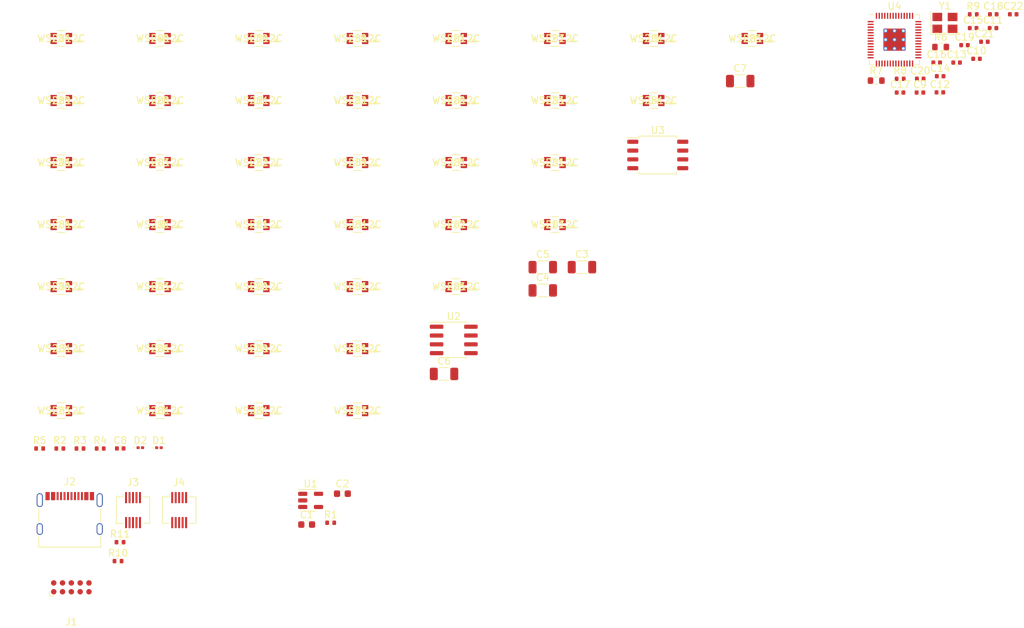
<source format=kicad_pcb>
(kicad_pcb (version 20211014) (generator pcbnew)
  (layers (0 "F.Cu" signal) (31 "B.Cu" signal) (34 "B.Paste" user) (35 "F.Paste" user) (36 "B.SilkS" user "B.Silkscreen") (37 "F.SilkS" user "F.Silkscreen") (38 "B.Mask" user) (39 "F.Mask" user) (44 "Edge.Cuts" user))
  (net 0 "")
  (net 1 "VBUS")
  (net 2 "GND")
  (net 3 "+3V3")
  (net 4 "+5V")
  (net 5 "+1V1")
  (net 6 "/microcontroller/XIN")
  (net 7 "Net-(C22-Pad2)")
  (net 8 "Net-(D1-Pad1)")
  (net 9 "/microcontroller/GPIO_09")
  (net 10 "Net-(D2-Pad1)")
  (net 11 "/connectors/SWDIO")
  (net 12 "/connectors/SWDCLK")
  (net 16 "/connectors/~{RESET}")
  (net 17 "Net-(J2-PadA5)")
  (net 18 "/connectors/USB_D+")
  (net 19 "/connectors/USB_D-")
  (net 21 "Net-(J2-PadB5)")
  (net 24 "/connectors/USER_IO_0")
  (net 25 "/connectors/USER_IO_1")
  (net 26 "/connectors/USER_IO_2")
  (net 27 "/connectors/USER_IO_3")
  (net 28 "/connectors/USER_IO_4")
  (net 29 "/connectors/USER_IO_5")
  (net 30 "/connectors/USER_IO_6")
  (net 31 "/connectors/USER_IO_7")
  (net 32 "/microcontroller/GPIO_10")
  (net 33 "Net-(L1-Pad1)")
  (net 34 "Net-(L2-Pad1)")
  (net 35 "Net-(L3-Pad1)")
  (net 36 "Net-(L4-Pad1)")
  (net 37 "Net-(L5-Pad1)")
  (net 38 "Net-(L6-Pad1)")
  (net 39 "Net-(L7-Pad1)")
  (net 40 "Net-(L8-Pad1)")
  (net 41 "Net-(L10-Pad3)")
  (net 42 "Net-(L10-Pad1)")
  (net 43 "Net-(L11-Pad1)")
  (net 44 "Net-(L12-Pad1)")
  (net 45 "Net-(L13-Pad1)")
  (net 46 "Net-(L14-Pad1)")
  (net 47 "Net-(L15-Pad1)")
  (net 48 "Net-(L16-Pad1)")
  (net 49 "Net-(L17-Pad1)")
  (net 50 "Net-(L18-Pad1)")
  (net 51 "Net-(L19-Pad1)")
  (net 52 "Net-(L20-Pad1)")
  (net 53 "Net-(L21-Pad1)")
  (net 54 "Net-(L22-Pad1)")
  (net 55 "Net-(L23-Pad1)")
  (net 56 "Net-(L24-Pad1)")
  (net 57 "Net-(L25-Pad1)")
  (net 58 "Net-(L26-Pad1)")
  (net 59 "Net-(L27-Pad1)")
  (net 60 "Net-(L28-Pad1)")
  (net 61 "Net-(L29-Pad1)")
  (net 62 "Net-(L30-Pad1)")
  (net 63 "Net-(L31-Pad1)")
  (net 64 "Net-(L32-Pad1)")
  (net 65 "Net-(L33-Pad1)")
  (net 66 "Net-(L34-Pad1)")
  (net 67 "Net-(L35-Pad1)")
  (net 68 "Net-(L36-Pad1)")
  (net 69 "Net-(L37-Pad1)")
  (net 70 "Net-(L38-Pad1)")
  (net 71 "Net-(L39-Pad1)")
  (net 73 "Net-(R1-Pad2)")
  (net 74 "/microcontroller/~{QSPI_CS}")
  (net 75 "/peripherals/~{USB_BOOT}")
  (net 76 "Net-(R6-Pad1)")
  (net 77 "Net-(R7-Pad1)")
  (net 78 "/microcontroller/XOUT")
  (net 80 "/microcontroller/GPIO_02")
  (net 81 "/microcontroller/GPIO_03")
  (net 82 "/microcontroller/QSPI_SIO1")
  (net 83 "/microcontroller/QSPI_SIO2")
  (net 84 "/microcontroller/QSPI_SIO0")
  (net 85 "/microcontroller/QSPI_SCLK")
  (net 86 "/microcontroller/QSPI_SIO3")
  (net 87 "/microcontroller/GPIO_00")
  (net 88 "/microcontroller/GPIO_01")
  (net 89 "/microcontroller/GPIO_04")
  (net 90 "/microcontroller/GPIO_05")
  (net 91 "/microcontroller/GPIO_06")
  (net 92 "/microcontroller/GPIO_07")
  (net 93 "/microcontroller/GPIO_08")
  (net 94 "/microcontroller/GPIO_11")
  (net 95 "/microcontroller/GPIO_20")
  (net 96 "/microcontroller/GPIO_21")
  (net 97 "/microcontroller/GPIO_22")
  (net 98 "/microcontroller/GPIO_23")
  (net 99 "/microcontroller/GPIO_24")
  (net 100 "/microcontroller/GPIO_25")
  (net 101 "/microcontroller/GPIO_26_ADC_0")
  (net 102 "/microcontroller/GPIO_27_ADC_1")
  (net 103 "/microcontroller/GPIO_28_ADC_2")
  (net 104 "/microcontroller/GPIO_29_ADC_3")
  (footprint "pico-card:WS2812C-2020" (layer "F.Cu") (at 89.2109 102.2493)
    (fp_text reference "L33" (at 0 0) (layer "F.SilkS"))
    (fp_text value "WS2812C" (at 0 0) (layer "F.SilkS"))
    (fp_text user "*" (at 2.54 0.635) (layer "F.SilkS"))
    (fp_text user "*" (at 2.54 0.635) (layer "F.SilkS"))
    (pad "1" smd rect (at 1.1049 0.499999) (size 0.9144 0.6096) (layers "F.Cu" "F.Paste" "F.Mask") (net 65 "Net-(L33-Pad1)"))
    (pad "2" smd rect (at 1.1049 -0.499999) (size 0.9144 0.6096) (layers "F.Cu" "F.Paste" "F.Mask") (net 2 "GND"))
    (pad "3" smd rect (at -1.1049 -0.499999) (size 0.9144 0.6096) (layers "F.Cu" "F.Paste" "F.Mask") (net 64 "Net-(L32-Pad1)"))
    (pad "4" smd rect (at -1.1049 0.499999) (size 0.9144 0.6096) (layers "F.Cu" "F.Paste" "F.Mask") (net 4 "+5V"))
  )
  (footprint "Resistor_SMD:R_0402_1005Metric" (layer "F.Cu") (at 80.59 125.59)
    (fp_text reference "R4" (at 0 -1.17) (layer "F.SilkS"))
    (fp_text value "1k")
    (pad "1" smd roundrect (at -0.51 0) (size 0.54 0.64) (layers "F.Cu" "F.Paste" "F.Mask") (net 75 "/peripherals/~{USB_BOOT}"))
    (pad "2" smd roundrect (at 0.51 0) (size 0.54 0.64) (layers "F.Cu" "F.Paste" "F.Mask") (net 74 "/microcontroller/~{QSPI_CS}"))
  )
  (footprint "Capacitor_SMD:C_0603_1608Metric" (layer "F.Cu") (at 115.5 132.1)
    (fp_text reference "C2" (at 0 -1.43) (layer "F.SilkS"))
    (fp_text value "10u")
    (pad "1" smd roundrect (at -0.775 0) (size 0.9 0.95) (layers "F.Cu" "F.Paste" "F.Mask") (net 3 "+3V3"))
    (pad "2" smd roundrect (at 0.775 0) (size 0.9 0.95) (layers "F.Cu" "F.Paste" "F.Mask") (net 2 "GND"))
  )
  (footprint "pico-card:WS2812C-2020" (layer "F.Cu") (at 74.9809 66.4893)
    (fp_text reference "L34" (at 0 0) (layer "F.SilkS"))
    (fp_text value "WS2812C" (at 0 0) (layer "F.SilkS"))
    (fp_text user "*" (at 2.54 0.635) (layer "F.SilkS"))
    (fp_text user "*" (at 2.54 0.635) (layer "F.SilkS"))
    (pad "1" smd rect (at 1.1049 0.499999) (size 0.9144 0.6096) (layers "F.Cu" "F.Paste" "F.Mask") (net 66 "Net-(L34-Pad1)"))
    (pad "2" smd rect (at 1.1049 -0.499999) (size 0.9144 0.6096) (layers "F.Cu" "F.Paste" "F.Mask") (net 2 "GND"))
    (pad "3" smd rect (at -1.1049 -0.499999) (size 0.9144 0.6096) (layers "F.Cu" "F.Paste" "F.Mask") (net 65 "Net-(L33-Pad1)"))
    (pad "4" smd rect (at -1.1049 0.499999) (size 0.9144 0.6096) (layers "F.Cu" "F.Paste" "F.Mask") (net 4 "+5V"))
  )
  (footprint "Capacitor_SMD:C_0402_1005Metric" (layer "F.Cu") (at 206.9 69.42)
    (fp_text reference "C10" (at 0 -1.16) (layer "F.SilkS"))
    (fp_text value "100n")
    (pad "1" smd roundrect (at -0.48 0) (size 0.56 0.62) (layers "F.Cu" "F.Paste" "F.Mask") (net 5 "+1V1"))
    (pad "2" smd roundrect (at 0.48 0) (size 0.56 0.62) (layers "F.Cu" "F.Paste" "F.Mask") (net 2 "GND"))
  )
  (footprint "pico-card:WS2812C-2020" (layer "F.Cu") (at 74.9809 84.3693)
    (fp_text reference "L36" (at 0 0) (layer "F.SilkS"))
    (fp_text value "WS2812C" (at 0 0) (layer "F.SilkS"))
    (fp_text user "*" (at 2.54 0.635) (layer "F.SilkS"))
    (fp_text user "*" (at 2.54 0.635) (layer "F.SilkS"))
    (pad "1" smd rect (at 1.1049 0.499999) (size 0.9144 0.6096) (layers "F.Cu" "F.Paste" "F.Mask") (net 68 "Net-(L36-Pad1)"))
    (pad "2" smd rect (at 1.1049 -0.499999) (size 0.9144 0.6096) (layers "F.Cu" "F.Paste" "F.Mask") (net 2 "GND"))
    (pad "3" smd rect (at -1.1049 -0.499999) (size 0.9144 0.6096) (layers "F.Cu" "F.Paste" "F.Mask") (net 67 "Net-(L35-Pad1)"))
    (pad "4" smd rect (at -1.1049 0.499999) (size 0.9144 0.6096) (layers "F.Cu" "F.Paste" "F.Mask") (net 4 "+5V"))
  )
  (footprint "pico-card:WS2812C-2020" (layer "F.Cu") (at 103.4409 75.4293)
    (fp_text reference "L6" (at 0 0) (layer "F.SilkS"))
    (fp_text value "WS2812C" (at 0 0) (layer "F.SilkS"))
    (fp_text user "*" (at 2.54 0.635) (layer "F.SilkS"))
    (fp_text user "*" (at 2.54 0.635) (layer "F.SilkS"))
    (pad "1" smd rect (at 1.1049 0.499999) (size 0.9144 0.6096) (layers "F.Cu" "F.Paste" "F.Mask") (net 38 "Net-(L6-Pad1)"))
    (pad "2" smd rect (at 1.1049 -0.499999) (size 0.9144 0.6096) (layers "F.Cu" "F.Paste" "F.Mask") (net 2 "GND"))
    (pad "3" smd rect (at -1.1049 -0.499999) (size 0.9144 0.6096) (layers "F.Cu" "F.Paste" "F.Mask") (net 37 "Net-(L5-Pad1)"))
    (pad "4" smd rect (at -1.1049 0.499999) (size 0.9144 0.6096) (layers "F.Cu" "F.Paste" "F.Mask") (net 4 "+5V"))
  )
  (footprint "pico-card:WS2812C-2020" (layer "F.Cu") (at 131.9009 93.3093)
    (fp_text reference "L12" (at 0 0) (layer "F.SilkS"))
    (fp_text value "WS2812C" (at 0 0) (layer "F.SilkS"))
    (fp_text user "*" (at 2.54 0.635) (layer "F.SilkS"))
    (fp_text user "*" (at 2.54 0.635) (layer "F.SilkS"))
    (pad "1" smd rect (at 1.1049 0.499999) (size 0.9144 0.6096) (layers "F.Cu" "F.Paste" "F.Mask") (net 44 "Net-(L12-Pad1)"))
    (pad "2" smd rect (at 1.1049 -0.499999) (size 0.9144 0.6096) (layers "F.Cu" "F.Paste" "F.Mask") (net 2 "GND"))
    (pad "3" smd rect (at -1.1049 -0.499999) (size 0.9144 0.6096) (layers "F.Cu" "F.Paste" "F.Mask") (net 43 "Net-(L11-Pad1)"))
    (pad "4" smd rect (at -1.1049 0.499999) (size 0.9144 0.6096) (layers "F.Cu" "F.Paste" "F.Mask") (net 4 "+5V"))
  )
  (footprint "pico-card:WS2812C-2020" (layer "F.Cu") (at 131.9009 75.4293)
    (fp_text reference "L10" (at 0 0) (layer "F.SilkS"))
    (fp_text value "WS2812C" (at 0 0) (layer "F.SilkS"))
    (fp_text user "*" (at 2.54 0.635) (layer "F.SilkS"))
    (fp_text user "*" (at 2.54 0.635) (layer "F.SilkS"))
    (pad "1" smd rect (at 1.1049 0.499999) (size 0.9144 0.6096) (layers "F.Cu" "F.Paste" "F.Mask") (net 42 "Net-(L10-Pad1)"))
    (pad "2" smd rect (at 1.1049 -0.499999) (size 0.9144 0.6096) (layers "F.Cu" "F.Paste" "F.Mask") (net 2 "GND"))
    (pad "3" smd rect (at -1.1049 -0.499999) (size 0.9144 0.6096) (layers "F.Cu" "F.Paste" "F.Mask") (net 41 "Net-(L10-Pad3)"))
    (pad "4" smd rect (at -1.1049 0.499999) (size 0.9144 0.6096) (layers "F.Cu" "F.Paste" "F.Mask") (net 4 "+5V"))
  )
  (footprint "pico-card:WS2812C-2020" (layer "F.Cu") (at 103.4409 102.2493)
    (fp_text reference "L20" (at 0 0) (layer "F.SilkS"))
    (fp_text value "WS2812C" (at 0 0) (layer "F.SilkS"))
    (fp_text user "*" (at 2.54 0.635) (layer "F.SilkS"))
    (fp_text user "*" (at 2.54 0.635) (layer "F.SilkS"))
    (pad "1" smd rect (at 1.1049 0.499999) (size 0.9144 0.6096) (layers "F.Cu" "F.Paste" "F.Mask") (net 52 "Net-(L20-Pad1)"))
    (pad "2" smd rect (at 1.1049 -0.499999) (size 0.9144 0.6096) (layers "F.Cu" "F.Paste" "F.Mask") (net 2 "GND"))
    (pad "3" smd rect (at -1.1049 -0.499999) (size 0.9144 0.6096) (layers "F.Cu" "F.Paste" "F.Mask") (net 51 "Net-(L19-Pad1)"))
    (pad "4" smd rect (at -1.1049 0.499999) (size 0.9144 0.6096) (layers "F.Cu" "F.Paste" "F.Mask") (net 4 "+5V"))
  )
  (footprint "pico-card:WS2812C-2020" (layer "F.Cu") (at 146.1309 93.3093)
    (fp_text reference "L17" (at 0 0) (layer "F.SilkS"))
    (fp_text value "WS2812C" (at 0 0) (layer "F.SilkS"))
    (fp_text user "*" (at 2.54 0.635) (layer "F.SilkS"))
    (fp_text user "*" (at 2.54 0.635) (layer "F.SilkS"))
    (pad "1" smd rect (at 1.1049 0.499999) (size 0.9144 0.6096) (layers "F.Cu" "F.Paste" "F.Mask") (net 49 "Net-(L17-Pad1)"))
    (pad "2" smd rect (at 1.1049 -0.499999) (size 0.9144 0.6096) (layers "F.Cu" "F.Paste" "F.Mask") (net 2 "GND"))
    (pad "3" smd rect (at -1.1049 -0.499999) (size 0.9144 0.6096) (layers "F.Cu" "F.Paste" "F.Mask") (net 48 "Net-(L16-Pad1)"))
    (pad "4" smd rect (at -1.1049 0.499999) (size 0.9144 0.6096) (layers "F.Cu" "F.Paste" "F.Mask") (net 4 "+5V"))
  )
  (footprint "Capacitor_SMD:C_1206_3216Metric" (layer "F.Cu") (at 130.15 114.84)
    (fp_text reference "C6" (at 0 -1.85) (layer "F.SilkS"))
    (fp_text value "100u")
    (pad "1" smd roundrect (at -1.475 0) (size 1.15 1.8) (layers "F.Cu" "F.Paste" "F.Mask") (roundrect_rratio 0.217391) (net 4 "+5V"))
    (pad "2" smd roundrect (at 1.475 0) (size 1.15 1.8) (layers "F.Cu" "F.Paste" "F.Mask") (roundrect_rratio 0.217391) (net 2 "GND"))
  )
  (footprint "pico-card:WS2812C-2020" (layer "F.Cu") (at 131.9009 102.2493)
    (fp_text reference "L15" (at 0 0) (layer "F.SilkS"))
    (fp_text value "WS2812C" (at 0 0) (layer "F.SilkS"))
    (fp_text user "*" (at 2.54 0.635) (layer "F.SilkS"))
    (fp_text user "*" (at 2.54 0.635) (layer "F.SilkS"))
    (pad "1" smd rect (at 1.1049 0.499999) (size 0.9144 0.6096) (layers "F.Cu" "F.Paste" "F.Mask") (net 47 "Net-(L15-Pad1)"))
    (pad "2" smd rect (at 1.1049 -0.499999) (size 0.9144 0.6096) (layers "F.Cu" "F.Paste" "F.Mask") (net 2 "GND"))
    (pad "3" smd rect (at -1.1049 -0.499999) (size 0.9144 0.6096) (layers "F.Cu" "F.Paste" "F.Mask") (net 46 "Net-(L14-Pad1)"))
    (pad "4" smd rect (at -1.1049 0.499999) (size 0.9144 0.6096) (layers "F.Cu" "F.Paste" "F.Mask") (net 4 "+5V"))
  )
  (footprint "pico-card:WS2812C-2020" (layer "F.Cu") (at 160.3609 75.4293)
    (fp_text reference "L4" (at 0 0) (layer "F.SilkS"))
    (fp_text value "WS2812C" (at 0 0) (layer "F.SilkS"))
    (fp_text user "*" (at 2.54 0.635) (layer "F.SilkS"))
    (fp_text user "*" (at 2.54 0.635) (layer "F.SilkS"))
    (pad "1" smd rect (at 1.1049 0.499999) (size 0.9144 0.6096) (layers "F.Cu" "F.Paste" "F.Mask") (net 36 "Net-(L4-Pad1)"))
    (pad "2" smd rect (at 1.1049 -0.499999) (size 0.9144 0.6096) (layers "F.Cu" "F.Paste" "F.Mask") (net 2 "GND"))
    (pad "3" smd rect (at -1.1049 -0.499999) (size 0.9144 0.6096) (layers "F.Cu" "F.Paste" "F.Mask") (net 35 "Net-(L3-Pad1)"))
    (pad "4" smd rect (at -1.1049 0.499999) (size 0.9144 0.6096) (layers "F.Cu" "F.Paste" "F.Mask") (net 4 "+5V"))
  )
  (footprint "Resistor_SMD:R_0402_1005Metric" (layer "F.Cu") (at 206.43 63.01)
    (fp_text reference "R9" (at 0 -1.17) (layer "F.SilkS"))
    (fp_text value "1k")
    (pad "1" smd roundrect (at -0.51 0) (size 0.54 0.64) (layers "F.Cu" "F.Paste" "F.Mask") (net 7 "Net-(C22-Pad2)"))
    (pad "2" smd roundrect (at 0.51 0) (size 0.54 0.64) (layers "F.Cu" "F.Paste" "F.Mask") (net 78 "/microcontroller/XOUT"))
  )
  (footprint "pico-card:WS2812C-2020" (layer "F.Cu") (at 146.1309 84.3693)
    (fp_text reference "L31" (at 0 0) (layer "F.SilkS"))
    (fp_text value "WS2812C" (at 0 0) (layer "F.SilkS"))
    (fp_text user "*" (at 2.54 0.635) (layer "F.SilkS"))
    (fp_text user "*" (at 2.54 0.635) (layer "F.SilkS"))
    (pad "1" smd rect (at 1.1049 0.499999) (size 0.9144 0.6096) (layers "F.Cu" "F.Paste" "F.Mask") (net 63 "Net-(L31-Pad1)"))
    (pad "2" smd rect (at 1.1049 -0.499999) (size 0.9144 0.6096) (layers "F.Cu" "F.Paste" "F.Mask") (net 2 "GND"))
    (pad "3" smd rect (at -1.1049 -0.499999) (size 0.9144 0.6096) (layers "F.Cu" "F.Paste" "F.Mask") (net 62 "Net-(L30-Pad1)"))
    (pad "4" smd rect (at -1.1049 0.499999) (size 0.9144 0.6096) (layers "F.Cu" "F.Paste" "F.Mask") (net 4 "+5V"))
  )
  (footprint "Capacitor_SMD:C_0402_1005Metric" (layer "F.Cu") (at 205.17 67.45)
    (fp_text reference "C19" (at 0 -1.16) (layer "F.SilkS"))
    (fp_text value "1u")
    (pad "1" smd roundrect (at -0.48 0) (size 0.56 0.62) (layers "F.Cu" "F.Paste" "F.Mask") (net 5 "+1V1"))
    (pad "2" smd roundrect (at 0.48 0) (size 0.56 0.62) (layers "F.Cu" "F.Paste" "F.Mask") (net 2 "GND"))
  )
  (footprint "pico-card:WS2812C-2020" (layer "F.Cu") (at 174.5909 66.4893)
    (fp_text reference "L25" (at 0 0) (layer "F.SilkS"))
    (fp_text value "WS2812C" (at 0 0) (layer "F.SilkS"))
    (fp_text user "*" (at 2.54 0.635) (layer "F.SilkS"))
    (fp_text user "*" (at 2.54 0.635) (layer "F.SilkS"))
    (pad "1" smd rect (at 1.1049 0.499999) (size 0.9144 0.6096) (layers "F.Cu" "F.Paste" "F.Mask") (net 57 "Net-(L25-Pad1)"))
    (pad "2" smd rect (at 1.1049 -0.499999) (size 0.9144 0.6096) (layers "F.Cu" "F.Paste" "F.Mask") (net 2 "GND"))
    (pad "3" smd rect (at -1.1049 -0.499999) (size 0.9144 0.6096) (layers "F.Cu" "F.Paste" "F.Mask") (net 56 "Net-(L24-Pad1)"))
    (pad "4" smd rect (at -1.1049 0.499999) (size 0.9144 0.6096) (layers "F.Cu" "F.Paste" "F.Mask") (net 4 "+5V"))
  )
  (footprint "Capacitor_SMD:C_1206_3216Metric" (layer "F.Cu") (at 172.84 72.63)
    (fp_text reference "C7" (at 0 -1.85) (layer "F.SilkS"))
    (fp_text value "100u")
    (pad "1" smd roundrect (at -1.475 0) (size 1.15 1.8) (layers "F.Cu" "F.Paste" "F.Mask") (roundrect_rratio 0.217391) (net 4 "+5V"))
    (pad "2" smd roundrect (at 1.475 0) (size 1.15 1.8) (layers "F.Cu" "F.Paste" "F.Mask") (roundrect_rratio 0.217391) (net 2 "GND"))
  )
  (footprint "Capacitor_SMD:C_0402_1005Metric" (layer "F.Cu") (at 212.19 63)
    (fp_text reference "C22" (at 0 -1.16) (layer "F.SilkS"))
    (fp_text value "22p")
    (pad "1" smd roundrect (at -0.48 0) (size 0.56 0.62) (layers "F.Cu" "F.Paste" "F.Mask") (net 2 "GND"))
    (pad "2" smd roundrect (at 0.48 0) (size 0.56 0.62) (layers "F.Cu" "F.Paste" "F.Mask") (net 7 "Net-(C22-Pad2)"))
  )
  (footprint "pico-card:WS2812C-2020" (layer "F.Cu") (at 117.6709 111.1893)
    (fp_text reference "L24" (at 0 0) (layer "F.SilkS"))
    (fp_text value "WS2812C" (at 0 0) (layer "F.SilkS"))
    (fp_text user "*" (at 2.54 0.635) (layer "F.SilkS"))
    (fp_text user "*" (at 2.54 0.635) (layer "F.SilkS"))
    (pad "1" smd rect (at 1.1049 0.499999) (size 0.9144 0.6096) (layers "F.Cu" "F.Paste" "F.Mask") (net 56 "Net-(L24-Pad1)"))
    (pad "2" smd rect (at 1.1049 -0.499999) (size 0.9144 0.6096) (layers "F.Cu" "F.Paste" "F.Mask") (net 2 "GND"))
    (pad "3" smd rect (at -1.1049 -0.499999) (size 0.9144 0.6096) (layers "F.Cu" "F.Paste" "F.Mask") (net 55 "Net-(L23-Pad1)"))
    (pad "4" smd rect (at -1.1049 0.499999) (size 0.9144 0.6096) (layers "F.Cu" "F.Paste" "F.Mask") (net 4 "+5V"))
  )
  (footprint "pico-card:WS2812C-2020" (layer "F.Cu") (at 103.4409 120.1293)
    (fp_text reference "L9" (at 0 0) (layer "F.SilkS"))
    (fp_text value "WS2812C" (at 0 0) (layer "F.SilkS"))
    (fp_text user "*" (at 2.54 0.635) (layer "F.SilkS"))
    (fp_text user "*" (at 2.54 0.635) (layer "F.SilkS"))
    (pad "1" smd rect (at 1.1049 0.499999) (size 0.9144 0.6096) (layers "F.Cu" "F.Paste" "F.Mask") (net 41 "Net-(L10-Pad3)"))
    (pad "2" smd rect (at 1.1049 -0.499999) (size 0.9144 0.6096) (layers "F.Cu" "F.Paste" "F.Mask") (net 2 "GND"))
    (pad "3" smd rect (at -1.1049 -0.499999) (size 0.9144 0.6096) (layers "F.Cu" "F.Paste" "F.Mask") (net 40 "Net-(L8-Pad1)"))
    (pad "4" smd rect (at -1.1049 0.499999) (size 0.9144 0.6096) (layers "F.Cu" "F.Paste" "F.Mask") (net 4 "+5V"))
  )
  (footprint "pico-card:WS2812C-2020" (layer "F.Cu") (at 89.2109 120.1293)
    (fp_text reference "L3" (at 0 0) (layer "F.SilkS"))
    (fp_text value "WS2812C" (at 0 0) (layer "F.SilkS"))
    (fp_text user "*" (at 2.54 0.635) (layer "F.SilkS"))
    (fp_text user "*" (at 2.54 0.635) (layer "F.SilkS"))
    (pad "1" smd rect (at 1.1049 0.499999) (size 0.9144 0.6096) (layers "F.Cu" "F.Paste" "F.Mask") (net 35 "Net-(L3-Pad1)"))
    (pad "2" smd rect (at 1.1049 -0.499999) (size 0.9144 0.6096) (layers "F.Cu" "F.Paste" "F.Mask") (net 2 "GND"))
    (pad "3" smd rect (at -1.1049 -0.499999) (size 0.9144 0.6096) (layers "F.Cu" "F.Paste" "F.Mask") (net 34 "Net-(L2-Pad1)"))
    (pad "4" smd rect (at -1.1049 0.499999) (size 0.9144 0.6096) (layers "F.Cu" "F.Paste" "F.Mask") (net 4 "+5V"))
  )
  (footprint "Capacitor_SMD:C_0402_1005Metric" (layer "F.Cu") (at 201.16 69.96)
    (fp_text reference "C16" (at 0 -1.16) (layer "F.SilkS"))
    (fp_text value "100n")
    (pad "1" smd roundrect (at -0.48 0) (size 0.56 0.62) (layers "F.Cu" "F.Paste" "F.Mask") (net 3 "+3V3"))
    (pad "2" smd roundrect (at 0.48 0) (size 0.56 0.62) (layers "F.Cu" "F.Paste" "F.Mask") (net 2 "GND"))
  )
  (footprint "Capacitor_SMD:C_0402_1005Metric" (layer "F.Cu") (at 204.03 69.96)
    (fp_text reference "C13" (at 0 -1.16) (layer "F.SilkS"))
    (fp_text value "100n")
    (pad "1" smd roundrect (at -0.48 0) (size 0.56 0.62) (layers "F.Cu" "F.Paste" "F.Mask") (net 3 "+3V3"))
    (pad "2" smd roundrect (at 0.48 0) (size 0.56 0.62) (layers "F.Cu" "F.Paste" "F.Mask") (net 2 "GND"))
  )
  (footprint "Connector_Hirose:Hirose_DF12_DF12C3.0-10DS-0.5V_2x05_P0.50mm_Vertical" (layer "F.Cu") (at 91.97 134.47)
    (fp_text reference "J4" (at 0 -4) (layer "F.SilkS"))
    (fp_text value "Conn_02x05_Odd_Even")
    (pad "1" smd rect (at -1 -1.8) (size 0.3 1.6) (layers "F.Cu" "F.Mask") (net 2 "GND"))
    (pad "2" smd rect (at -0.5 -1.8) (size 0.3 1.6) (layers "F.Cu" "F.Mask") (net 3 "+3V3"))
    (pad "3" smd rect (at 0 -1.8) (size 0.3 1.6) (layers "F.Cu" "F.Mask") (net 2 "GND"))
    (pad "4" smd rect (at 0.5 -1.8) (size 0.3 1.6) (layers "F.Cu" "F.Mask") (net 28 "/connectors/USER_IO_4"))
    (pad "5" smd rect (at 1 -1.8) (size 0.3 1.6) (layers "F.Cu" "F.Mask") (net 2 "GND"))
    (pad "6" smd rect (at -1 1.8) (size 0.3 1.6) (layers "F.Cu" "F.Mask") (net 29 "/connectors/USER_IO_5"))
    (pad "7" smd rect (at -0.5 1.8) (size 0.3 1.6) (layers "F.Cu" "F.Mask") (net 2 "GND"))
    (pad "8" smd rect (at 0 1.8) (size 0.3 1.6) (layers "F.Cu" "F.Mask") (net 30 "/connectors/USER_IO_6"))
    (pad "9" smd rect (at 0.5 1.8) (size 0.3 1.6) (layers "F.Cu" "F.Mask") (net 2 "GND"))
    (pad "10" smd rect (at 1 1.8) (size 0.3 1.6) (layers "F.Cu" "F.Mask") (net 31 "/connectors/USER_IO_7"))
  )
  (footprint "Capacitor_SMD:C_0402_1005Metric" (layer "F.Cu") (at 201.66 71.93)
    (fp_text reference "C14" (at 0 -1.16) (layer "F.SilkS"))
    (fp_text value "100n")
    (pad "1" smd roundrect (at -0.48 0) (size 0.56 0.62) (layers "F.Cu" "F.Paste" "F.Mask") (net 3 "+3V3"))
    (pad "2" smd roundrect (at 0.48 0) (size 0.56 0.62) (layers "F.Cu" "F.Paste" "F.Mask") (net 2 "GND"))
  )
  (footprint "pico-card:WS2812C-2020" (layer "F.Cu") (at 103.4409 66.4893)
    (fp_text reference "L39" (at 0 0) (layer "F.SilkS"))
    (fp_text value "WS2812C" (at 0 0) (layer "F.SilkS"))
    (fp_text user "*" (at 2.54 0.635) (layer "F.SilkS"))
    (fp_text user "*" (at 2.54 0.635) (layer "F.SilkS"))
    (pad "1" smd rect (at 1.1049 0.499999) (size 0.9144 0.6096) (layers "F.Cu" "F.Paste" "F.Mask") (net 71 "Net-(L39-Pad1)"))
    (pad "2" smd rect (at 1.1049 -0.499999) (size 0.9144 0.6096) (layers "F.Cu" "F.Paste" "F.Mask") (net 2 "GND"))
    (pad "3" smd rect (at -1.1049 -0.499999) (size 0.9144 0.6096) (layers "F.Cu" "F.Paste" "F.Mask") (net 70 "Net-(L38-Pad1)"))
    (pad "4" smd rect (at -1.1049 0.499999) (size 0.9144 0.6096) (layers "F.Cu" "F.Paste" "F.Mask") (net 4 "+5V"))
  )
  (footprint "pico-card:WS2812C-2020" (layer "F.Cu") (at 146.1309 66.4893)
    (fp_text reference "L27" (at 0 0) (layer "F.SilkS"))
    (fp_text value "WS2812C" (at 0 0) (layer "F.SilkS"))
    (fp_text user "*" (at 2.54 0.635) (layer "F.SilkS"))
    (fp_text user "*" (at 2.54 0.635) (layer "F.SilkS"))
    (pad "1" smd rect (at 1.1049 0.499999) (size 0.9144 0.6096) (layers "F.Cu" "F.Paste" "F.Mask") (net 59 "Net-(L27-Pad1)"))
    (pad "2" smd rect (at 1.1049 -0.499999) (size 0.9144 0.6096) (layers "F.Cu" "F.Paste" "F.Mask") (net 2 "GND"))
    (pad "3" smd rect (at -1.1049 -0.499999) (size 0.9144 0.6096) (layers "F.Cu" "F.Paste" "F.Mask") (net 58 "Net-(L26-Pad1)"))
    (pad "4" smd rect (at -1.1049 0.499999) (size 0.9144 0.6096) (layers "F.Cu" "F.Paste" "F.Mask") (net 4 "+5V"))
  )
  (footprint "pico-card:WS2812C-2020" (layer "F.Cu") (at 117.6709 93.3093)
    (fp_text reference "L1" (at 0 0) (layer "F.SilkS"))
    (fp_text value "WS2812C" (at 0 0) (layer "F.SilkS"))
    (fp_text user "*" (at 2.54 0.635) (layer "F.SilkS"))
    (fp_text user "*" (at 2.54 0.635) (layer "F.SilkS"))
    (pad "1" smd rect (at 1.1049 0.499999) (size 0.9144 0.6096) (layers "F.Cu" "F.Paste" "F.Mask") (net 33 "Net-(L1-Pad1)"))
    (pad "2" smd rect (at 1.1049 -0.499999) (size 0.9144 0.6096) (layers "F.Cu" "F.Paste" "F.Mask") (net 2 "GND"))
    (pad "3" smd rect (at -1.1049 -0.499999) (size 0.9144 0.6096) (layers "F.Cu" "F.Paste" "F.Mask") (net 32 "/microcontroller/GPIO_10"))
    (pad "4" smd rect (at -1.1049 0.499999) (size 0.9144 0.6096) (layers "F.Cu" "F.Paste" "F.Mask") (net 4 "+5V"))
  )
  (footprint "Package_TO_SOT_SMD:SOT-23-5" (layer "F.Cu") (at 110.92 133.07)
    (fp_text reference "U1" (at 0 -2.4) (layer "F.SilkS"))
    (fp_text value "AP2112K-3.3")
    (pad "1" smd roundrect (at -1.1375 -0.95) (size 1.325 0.6) (layers "F.Cu" "F.Paste" "F.Mask") (net 1 "VBUS"))
    (pad "2" smd roundrect (at -1.1375 0) (size 1.325 0.6) (layers "F.Cu" "F.Paste" "F.Mask") (net 2 "GND"))
    (pad "3" smd roundrect (at -1.1375 0.95) (size 1.325 0.6) (layers "F.Cu" "F.Paste" "F.Mask") (net 73 "Net-(R1-Pad2)"))
    (pad "4" smd roundrect (at 1.1375 0.95) (size 1.325 0.6) (layers "F.Cu" "F.Paste" "F.Mask"))
    (pad "5" smd roundrect (at 1.1375 -0.95) (size 1.325 0.6) (layers "F.Cu" "F.Paste" "F.Mask") (net 3 "+3V3"))
  )
  (footprint "pico-card:WS2812C-2020" (layer "F.Cu") (at 89.2109 66.4893)
    (fp_text reference "L40" (at 0 0) (layer "F.SilkS"))
    (fp_text value "WS2812C" (at 0 0) (layer "F.SilkS"))
    (fp_text user "*" (at 2.54 0.635) (layer "F.SilkS"))
    (fp_text user "*" (at 2.54 0.635) (layer "F.SilkS"))
    (pad "1" smd rect (at 1.1049 0.499999) (size 0.9144 0.6096) (layers "F.Cu" "F.Paste" "F.Mask"))
    (pad "2" smd rect (at 1.1049 -0.499999) (size 0.9144 0.6096) (layers "F.Cu" "F.Paste" "F.Mask") (net 2 "GND"))
    (pad "3" smd rect (at -1.1049 -0.499999) (size 0.9144 0.6096) (layers "F.Cu" "F.Paste" "F.Mask") (net 71 "Net-(L39-Pad1)"))
    (pad "4" smd rect (at -1.1049 0.499999) (size 0.9144 0.6096) (layers "F.Cu" "F.Paste" "F.Mask") (net 4 "+5V"))
  )
  (footprint "pico-card:WS2812C-2020" (layer "F.Cu") (at 74.9809 102.2493)
    (fp_text reference "L30" (at 0 0) (layer "F.SilkS"))
    (fp_text value "WS2812C" (at 0 0) (layer "F.SilkS"))
    (fp_text user "*" (at 2.54 0.635) (layer "F.SilkS"))
    (fp_text user "*" (at 2.54 0.635) (layer "F.SilkS"))
    (pad "1" smd rect (at 1.1049 0.499999) (size 0.9144 0.6096) (layers "F.Cu" "F.Paste" "F.Mask") (net 62 "Net-(L30-Pad1)"))
    (pad "2" smd rect (at 1.1049 -0.499999) (size 0.9144 0.6096) (layers "F.Cu" "F.Paste" "F.Mask") (net 2 "GND"))
    (pad "3" smd rect (at -1.1049 -0.499999) (size 0.9144 0.6096) (layers "F.Cu" "F.Paste" "F.Mask") (net 61 "Net-(L29-Pad1)"))
    (pad "4" smd rect (at -1.1049 0.499999) (size 0.9144 0.6096) (layers "F.Cu" "F.Paste" "F.Mask") (net 4 "+5V"))
  )
  (footprint "Capacitor_SMD:C_1206_3216Metric" (layer "F.Cu") (at 150.03 99.45)
    (fp_text reference "C3" (at 0 -1.85) (layer "F.SilkS"))
    (fp_text value "100u")
    (pad "1" smd roundrect (at -1.475 0) (size 1.15 1.8) (layers "F.Cu" "F.Paste" "F.Mask") (roundrect_rratio 0.217391) (net 4 "+5V"))
    (pad "2" smd roundrect (at 1.475 0) (size 1.15 1.8) (layers "F.Cu" "F.Paste" "F.Mask") (roundrect_rratio 0.217391) (net 2 "GND"))
  )
  (footprint "pico-card:WS2812C-2020" (layer "F.Cu") (at 89.2109 84.3693)
    (fp_text reference "L13" (at 0 0) (layer "F.SilkS"))
    (fp_text value "WS2812C" (at 0 0) (layer "F.SilkS"))
    (fp_text user "*" (at 2.54 0.635) (layer "F.SilkS"))
    (fp_text user "*" (at 2.54 0.635) (layer "F.SilkS"))
    (pad "1" smd rect (at 1.1049 0.499999) (size 0.9144 0.6096) (layers "F.Cu" "F.Paste" "F.Mask") (net 45 "Net-(L13-Pad1)"))
    (pad "2" smd rect (at 1.1049 -0.499999) (size 0.9144 0.6096) (layers "F.Cu" "F.Paste" "F.Mask") (net 2 "GND"))
    (pad "3" smd rect (at -1.1049 -0.499999) (size 0.9144 0.6096) (layers "F.Cu" "F.Paste" "F.Mask") (net 44 "Net-(L12-Pad1)"))
    (pad "4" smd rect (at -1.1049 0.499999) (size 0.9144 0.6096) (layers "F.Cu" "F.Paste" "F.Mask") (net 4 "+5V"))
  )
  (footprint "LED_SMD:LED_0201_0603Metric" (layer "F.Cu") (at 89.055 125.47)
    (fp_text reference "D1" (at 0 -1.05) (layer "F.SilkS"))
    (fp_text value "RED")
    (pad "1" smd roundrect (at -0.32 0) (size 0.46 0.4) (layers "F.Cu" "F.Mask") (net 8 "Net-(D1-Pad1)"))
    (pad "2" smd roundrect (at 0.32 0) (size 0.46 0.4) (layers "F.Cu" "F.Mask") (net 9 "/microcontroller/GPIO_09"))
  )
  (footprint "Connector_Hirose:Hirose_DF12_DF12C3.0-10DS-0.5V_2x05_P0.50mm_Vertical" (layer "F.Cu") (at 85.32 134.47)
    (fp_text reference "J3" (at 0 -4) (layer "F.SilkS"))
    (fp_text value "Conn_02x05_Odd_Even")
    (pad "1" smd rect (at -1 -1.8) (size 0.3 1.6) (layers "F.Cu" "F.Mask") (net 2 "GND"))
    (pad "2" smd rect (at -0.5 -1.8) (size 0.3 1.6) (layers "F.Cu" "F.Mask") (net 3 "+3V3"))
    (pad "3" smd rect (at 0 -1.8) (size 0.3 1.6) (layers "F.Cu" "F.Mask") (net 2 "GND"))
    (pad "4" smd rect (at 0.5 -1.8) (size 0.3 1.6) (layers "F.Cu" "F.Mask") (net 24 "/connectors/USER_IO_0"))
    (pad "5" smd rect (at 1 -1.8) (size 0.3 1.6) (layers "F.Cu" "F.Mask") (net 2 "GND"))
    (pad "6" smd rect (at -1 1.8) (size 0.3 1.6) (layers "F.Cu" "F.Mask") (net 25 "/connectors/USER_IO_1"))
    (pad "7" smd rect (at -0.5 1.8) (size 0.3 1.6) (layers "F.Cu" "F.Mask") (net 2 "GND"))
    (pad "8" smd rect (at 0 1.8) (size 0.3 1.6) (layers "F.Cu" "F.Mask") (net 26 "/connectors/USER_IO_2"))
    (pad "9" smd rect (at 0.5 1.8) (size 0.3 1.6) (layers "F.Cu" "F.Mask") (net 2 "GND"))
    (pad "10" smd rect (at 1 1.8) (size 0.3 1.6) (layers "F.Cu" "F.Mask") (net 27 "/connectors/USER_IO_3"))
  )
  (footprint "pico-card:WS2812C-2020" (layer "F.Cu") (at 103.4409 111.1893)
    (fp_text reference "L38" (at 0 0) (layer "F.SilkS"))
    (fp_text value "WS2812C" (at 0 0) (layer "F.SilkS"))
    (fp_text user "*" (at 2.54 0.635) (layer "F.SilkS"))
    (fp_text user "*" (at 2.54 0.635) (layer "F.SilkS"))
    (pad "1" smd rect (at 1.1049 0.499999) (size 0.9144 0.6096) (layers "F.Cu" "F.Paste" "F.Mask") (net 70 "Net-(L38-Pad1)"))
    (pad "2" smd rect (at 1.1049 -0.499999) (size 0.9144 0.6096) (layers "F.Cu" "F.Paste" "F.Mask") (net 2 "GND"))
    (pad "3" smd rect (at -1.1049 -0.499999) (size 0.9144 0.6096) (layers "F.Cu" "F.Paste" "F.Mask") (net 69 "Net-(L37-Pad1)"))
    (pad "4" smd rect (at -1.1049 0.499999) (size 0.9144 0.6096) (layers "F.Cu" "F.Paste" "F.Mask") (net 4 "+5V"))
  )
  (footprint "pico-card:WS2812C-2020" (layer "F.Cu") (at 117.6709 66.4893)
    (fp_text reference "L18" (at 0 0) (layer "F.SilkS"))
    (fp_text value "WS2812C" (at 0 0) (layer "F.SilkS"))
    (fp_text user "*" (at 2.54 0.635) (layer "F.SilkS"))
    (fp_text user "*" (at 2.54 0.635) (layer "F.SilkS"))
    (pad "1" smd rect (at 1.1049 0.499999) (size 0.9144 0.6096) (layers "F.Cu" "F.Paste" "F.Mask") (net 50 "Net-(L18-Pad1)"))
    (pad "2" smd rect (at 1.1049 -0.499999) (size 0.9144 0.6096) (layers "F.Cu" "F.Paste" "F.Mask") (net 2 "GND"))
    (pad "3" smd rect (at -1.1049 -0.499999) (size 0.9144 0.6096) (layers "F.Cu" "F.Paste" "F.Mask") (net 49 "Net-(L17-Pad1)"))
    (pad "4" smd rect (at -1.1049 0.499999) (size 0.9144 0.6096) (layers "F.Cu" "F.Paste" "F.Mask") (net 4 "+5V"))
  )
  (footprint "pico-card:WS2812C-2020" (layer "F.Cu") (at 89.2109 93.3093)
    (fp_text reference "L8" (at 0 0) (layer "F.SilkS"))
    (fp_text value "WS2812C" (at 0 0) (layer "F.SilkS"))
    (fp_text user "*" (at 2.54 0.635) (layer "F.SilkS"))
    (fp_text user "*" (at 2.54 0.635) (layer "F.SilkS"))
    (pad "1" smd rect (at 1.1049 0.499999) (size 0.9144 0.6096) (layers "F.Cu" "F.Paste" "F.Mask") (net 40 "Net-(L8-Pad1)"))
    (pad "2" smd rect (at 1.1049 -0.499999) (size 0.9144 0.6096) (layers "F.Cu" "F.Paste" "F.Mask") (net 2 "GND"))
    (pad "3" smd rect (at -1.1049 -0.499999) (size 0.9144 0.6096) (layers "F.Cu" "F.Paste" "F.Mask") (net 39 "Net-(L7-Pad1)"))
    (pad "4" smd rect (at -1.1049 0.499999) (size 0.9144 0.6096) (layers "F.Cu" "F.Paste" "F.Mask") (net 4 "+5V"))
  )
  (footprint "Package_SO:SOIC-8_5.23x5.23mm_P1.27mm" (layer "F.Cu") (at 160.96 83.28)
    (fp_text reference "U3" (at 0 -3.56) (layer "F.SilkS"))
    (fp_text value "W25Q128JVS")
    (pad "1" smd roundrect (at -3.6 -1.905) (size 1.6 0.6) (layers "F.Cu" "F.Paste" "F.Mask") (net 74 "/microcontroller/~{QSPI_CS}"))
    (pad "2" smd roundrect (at -3.6 -0.635) (size 1.6 0.6) (layers "F.Cu" "F.Paste" "F.Mask") (net 82 "/microcontroller/QSPI_SIO1"))
    (pad "3" smd roundrect (at -3.6 0.635) (size 1.6 0.6) (layers "F.Cu" "F.Paste" "F.Mask") (net 83 "/microcontroller/QSPI_SIO2"))
    (pad "4" smd roundrect (at -3.6 1.905) (size 1.6 0.6) (layers "F.Cu" "F.Paste" "F.Mask") (net 2 "GND"))
    (pad "5" smd roundrect (at 3.6 1.905) (size 1.6 0.6) (layers "F.Cu" "F.Paste" "F.Mask") (net 84 "/microcontroller/QSPI_SIO0"))
    (pad "6" smd roundrect (at 3.6 0.635) (size 1.6 0.6) (layers "F.Cu" "F.Paste" "F.Mask") (net 85 "/microcontroller/QSPI_SCLK"))
    (pad "7" smd roundrect (at 3.6 -0.635) (size 1.6 0.6) (layers "F.Cu" "F.Paste" "F.Mask") (net 86 "/microcontroller/QSPI_SIO3"))
    (pad "8" smd roundrect (at 3.6 -1.905) (size 1.6 0.6) (layers "F.Cu" "F.Paste" "F.Mask") (net 3 "+3V3"))
  )
  (footprint "Resistor_SMD:R_0603_1608Metric" (layer "F.Cu") (at 201.73 67.72)
    (fp_text reference "R6" (at 0 -1.43) (layer "F.SilkS"))
    (fp_text value "27")
    (pad "1" smd roundrect (at -0.825 0) (size 0.8 0.95) (layers "F.Cu" "F.Paste" "F.Mask") (net 76 "Net-(R6-Pad1)"))
    (pad "2" smd roundrect (at 0.825 0) (size 0.8 0.95) (layers "F.Cu" "F.Paste" "F.Mask") (net 18 "/connectors/USB_D+"))
  )
  (footprint "Connector_USB:USB_C_Receptacle_Palconn_UTC16-G" (layer "F.Cu") (at 76.2 134.96)
    (fp_text reference "J2" (at 0 -4.58) (layer "F.SilkS"))
    (fp_text value "USB_C_Receptacle_USB2.0")
    (pad "" np_thru_hole circle (at 2.89 -1.45 180) (size 0.6 0.6) (drill 0.6) (layers *.Cu *.Mask))
    (pad "" np_thru_hole circle (at -2.89 -1.45 180) (size 0.6 0.6) (drill 0.6) (layers *.Cu *.Mask))
    (pad "A1" smd rect (at -3.2 -2.51) (size 0.6 1.16) (layers "F.Cu" "F.Paste" "F.Mask") (net 2 "GND"))
    (pad "A4" smd rect (at -2.4 -2.51) (size 0.6 1.16) (layers "F.Cu" "F.Paste" "F.Mask") (net 1 "VBUS"))
    (pad "A5" smd rect (at -1.25 -2.51 180) (size 0.3 1.16) (layers "F.Cu" "F.Paste" "F.Mask") (net 17 "Net-(J2-PadA5)"))
    (pad "A6" smd rect (at -0.25 -2.51 180) (size 0.3 1.16) (layers "F.Cu" "F.Paste" "F.Mask") (net 18 "/connectors/USB_D+"))
    (pad "A7" smd rect (at 0.25 -2.51 180) (size 0.3 1.16) (layers "F.Cu" "F.Paste" "F.Mask") (net 19 "/connectors/USB_D-"))
    (pad "A8" smd rect (at 1.25 -2.51 180) (size 0.3 1.16) (layers "F.Cu" "F.Paste" "F.Mask"))
    (pad "A9" smd rect (at 2.4 -2.51) (size 0.6 1.16) (layers "F.Cu" "F.Paste" "F.Mask") (net 1 "VBUS"))
    (pad "A12" smd rect (at 3.2 -2.51) (size 0.6 1.16) (layers "F.Cu" "F.Paste" "F.Mask") (net 2 "GND"))
    (pad "B1" smd rect (at 3.2 -2.51) (size 0.6 1.16) (layers "F.Cu" "F.Paste" "F.Mask") (net 2 "GND"))
    (pad "B4" smd rect (at 2.4 -2.51) (size 0.6 1.16) (layers "F.Cu" "F.Paste" "F.Mask") (net 1 "VBUS"))
    (pad "B5" smd rect (at 1.75 -2.51 180) (size 0.3 1.16) (layers "F.Cu" "F.Paste" "F.Mask") (net 21 "Net-(J2-PadB5)"))
    (pad "B6" smd rect (at 0.75 -2.51 180) (size 0.3 1.16) (layers "F.Cu" "F.Paste" "F.Mask") (net 18 "/connectors/USB_D+"))
    (pad "B7" smd rect (at -0.75 -2.51 180) (size 0.3 1.16) (layers "F.Cu" "F.Paste" "F.Mask") (net 19 "/connectors/USB_D-"))
    (pad "B8" smd rect (at -1.75 -2.51 180) (size 0.3 1.16) (layers "F.Cu" "F.Paste" "F.Mask"))
    (pad "B9" smd rect (at -2.4 -2.51) (size 0.6 1.16) (layers "F.Cu" "F.Paste" "F.Mask") (net 1 "VBUS"))
    (pad "B12" smd rect (at -3.2 -2.51) (size 0.6 1.16) (layers "F.Cu" "F.Paste" "F.Mask") (net 2 "GND"))
    (pad "S1" thru_hole oval (at -4.32 2.24 90) (size 1.7 0.9) (drill oval 1.4 0.6) (layers *.Cu *.Mask))
    (pad "S1" thru_hole oval (at 4.32 2.24 90) (size 1.7 0.9) (drill oval 1.4 0.6) (layers *.Cu *.Mask))
    (pad "S1" thru_hole oval (at 4.32 -1.93 90) (size 2 0.9) (drill oval 1.7 0.6) (layers *.Cu *.Mask))
    (pad "S1" thru_hole oval (at -4.32 -1.93 90) (size 2 0.9) (drill oval 1.7 0.6) (layers *.Cu *.Mask))
  )
  (footprint "pico-card:WS2812C-2020" (layer "F.Cu") (at 103.4409 93.3093)
    (fp_text reference "L11" (at 0 0) (layer "F.SilkS"))
    (fp_text value "WS2812C" (at 0 0) (layer "F.SilkS"))
    (fp_text user "*" (at 2.54 0.635) (layer "F.SilkS"))
    (fp_text user "*" (at 2.54 0.635) (layer "F.SilkS"))
    (pad "1" smd rect (at 1.1049 0.499999) (size 0.9144 0.6096) (layers "F.Cu" "F.Paste" "F.Mask") (net 43 "Net-(L11-Pad1)"))
    (pad "2" smd rect (at 1.1049 -0.499999) (size 0.9144 0.6096) (layers "F.Cu" "F.Paste" "F.Mask") (net 2 "GND"))
    (pad "3" smd rect (at -1.1049 -0.499999) (size 0.9144 0.6096) (layers "F.Cu" "F.Paste" "F.Mask") (net 42 "Net-(L10-Pad1)"))
    (pad "4" smd rect (at -1.1049 0.499999) (size 0.9144 0.6096) (layers "F.Cu" "F.Paste" "F.Mask") (net 4 "+5V"))
  )
  (footprint "Capacitor_SMD:C_1206_3216Metric" (layer "F.Cu") (at 144.38 102.8)
    (fp_text reference "C4" (at 0 -1.85) (layer "F.SilkS"))
    (fp_text value "100u")
    (pad "1" smd roundrect (at -1.475 0) (size 1.15 1.8) (layers "F.Cu" "F.Paste" "F.Mask") (roundrect_rratio 0.217391) (net 4 "+5V"))
    (pad "2" smd roundrect (at 1.475 0) (size 1.15 1.8) (layers "F.Cu" "F.Paste" "F.Mask") (roundrect_rratio 0.217391) (net 2 "GND"))
  )
  (footprint "LED_SMD:LED_0201_0603Metric" (layer "F.Cu") (at 86.375 125.47)
    (fp_text reference "D2" (at 0 -1.05) (layer "F.SilkS"))
    (fp_text value "WHITE")
    (pad "1" smd roundrect (at -0.32 0) (size 0.46 0.4) (layers "F.Cu" "F.Mask") (net 10 "Net-(D2-Pad1)"))
    (pad "2" smd roundrect (at 0.32 0) (size 0.46 0.4) (layers "F.Cu" "F.Mask") (net 3 "+3V3"))
  )
  (footprint "Package_SO:SOIC-8_3.9x4.9mm_P1.27mm" (layer "F.Cu") (at 131.55 109.94)
    (fp_text reference "U2" (at 0 -3.4) (layer "F.SilkS"))
    (fp_text value "ATECC608A-SSHDA")
    (pad "1" smd roundrect (at -2.475 -1.905) (size 1.95 0.6) (layers "F.Cu" "F.Paste" "F.Mask"))
    (pad "2" smd roundrect (at -2.475 -0.635) (size 1.95 0.6) (layers "F.Cu" "F.Paste" "F.Mask"))
    (pad "3" smd roundrect (at -2.475 0.635) (size 1.95 0.6) (layers "F.Cu" "F.Paste" "F.Mask"))
    (pad "4" smd roundrect (at -2.475 1.905) (size 1.95 0.6) (layers "F.Cu" "F.Paste" "F.Mask") (net 2 "GND"))
    (pad "5" smd roundrect (at 2.475 1.905) (size 1.95 0.6) (layers "F.Cu" "F.Paste" "F.Mask") (net 80 "/microcontroller/GPIO_02"))
    (pad "6" smd roundrect (at 2.475 0.635) (size 1.95 0.6) (layers "F.Cu" "F.Paste" "F.Mask") (net 81 "/microcontroller/GPIO_03"))
    (pad "7" smd roundrect (at 2.475 -0.635) (size 1.95 0.6) (layers "F.Cu" "F.Paste" "F.Mask"))
    (pad "8" smd roundrect (at 2.475 -1.905) (size 1.95 0.6) (layers "F.Cu" "F.Paste" "F.Mask") (net 3 "+3V3"))
  )
  (footprint "Capacitor_SMD:C_0603_1608Metric" (layer "F.Cu") (at 110.35 136.55)
    (fp_text reference "C1" (at 0 -1.43) (layer "F.SilkS"))
    (fp_text value "10u")
    (pad "1" smd roundrect (at -0.775 0) (size 0.9 0.95) (layers "F.Cu" "F.Paste" "F.Mask") (net 1 "VBUS"))
    (pad "2" smd roundrect (at 0.775 0) (size 0.9 0.95) (layers "F.Cu" "F.Paste" "F.Mask") (net 2 "GND"))
  )
  (footprint "Capacitor_SMD:C_0402_1005Metric" (layer "F.Cu") (at 208.04 66.96)
    (fp_text reference "C21" (at 0 -1.16) (layer "F.SilkS"))
    (fp_text value "22p")
    (pad "1" smd roundrect (at -0.48 0) (size 0.56 0.62) (layers "F.Cu" "F.Paste" "F.Mask") (net 2 "GND"))
    (pad "2" smd roundrect (at 0.48 0) (size 0.56 0.62) (layers "F.Cu" "F.Paste" "F.Mask") (net 6 "/microcontroller/XIN"))
  )
  (footprint "pico-card:WS2812C-2020" (layer "F.Cu") (at 117.6709 75.4293)
    (fp_text reference "L32" (at 0 0) (layer "F.SilkS"))
    (fp_text value "WS2812C" (at 0 0) (layer "F.SilkS"))
    (fp_text user "*" (at 2.54 0.635) (layer "F.SilkS"))
    (fp_text user "*" (at 2.54 0.635) (layer "F.SilkS"))
    (pad "1" smd rect (at 1.1049 0.499999) (size 0.9144 0.6096) (layers "F.Cu" "F.Paste" "F.Mask") (net 64 "Net-(L32-Pad1)"))
    (pad "2" smd rect (at 1.1049 -0.499999) (size 0.9144 0.6096) (layers "F.Cu" "F.Paste" "F.Mask") (net 2 "GND"))
    (pad "3" smd rect (at -1.1049 -0.499999) (size 0.9144 0.6096) (layers "F.Cu" "F.Paste" "F.Mask") (net 63 "Net-(L31-Pad1)"))
    (pad "4" smd rect (at -1.1049 0.499999) (size 0.9144 0.6096) (layers "F.Cu" "F.Paste" "F.Mask") (net 4 "+5V"))
  )
  (footprint "pico-card:WS2812C-2020" (layer "F.Cu") (at 74.9809 75.4293)
    (fp_text reference "L29" (at 0 0) (layer "F.SilkS"))
    (fp_text value "WS2812C" (at 0 0) (layer "F.SilkS"))
    (fp_text user "*" (at 2.54 0.635) (layer "F.SilkS"))
    (fp_text user "*" (at 2.54 0.635) (layer "F.SilkS"))
    (pad "1" smd rect (at 1.1049 0.499999) (size 0.9144 0.6096) (layers "F.Cu" "F.Paste" "F.Mask") (net 61 "Net-(L29-Pad1)"))
    (pad "2" smd rect (at 1.1049 -0.499999) (size 0.9144 0.6096) (layers "F.Cu" "F.Paste" "F.Mask") (net 2 "GND"))
    (pad "3" smd rect (at -1.1049 -0.499999) (size 0.9144 0.6096) (layers "F.Cu" "F.Paste" "F.Mask") (net 60 "Net-(L28-Pad1)"))
    (pad "4" smd rect (at -1.1049 0.499999) (size 0.9144 0.6096) (layers "F.Cu" "F.Paste" "F.Mask") (net 4 "+5V"))
  )
  (footprint "pico-card:RP2040-QFN-56" (layer "F.Cu") (at 195.08 66.66)
    (fp_text reference "U4" (at 0 -4.82) (layer "F.SilkS"))
    (fp_text value "RP2040")
    (pad "1" smd roundrect locked (at -3.4375 -2.6) (size 0.875 0.2) (layers "F.Cu" "F.Paste" "F.Mask") (net 3 "+3V3"))
    (pad "2" smd roundrect locked (at -3.4375 -2.2) (size 0.875 0.2) (layers "F.Cu" "F.Paste" "F.Mask") (net 87 "/microcontroller/GPIO_00"))
    (pad "3" smd roundrect locked (at -3.4375 -1.8) (size 0.875 0.2) (layers "F.Cu" "F.Paste" "F.Mask") (net 88 "/microcontroller/GPIO_01"))
    (pad "4" smd roundrect locked (at -3.4375 -1.4) (size 0.875 0.2) (layers "F.Cu" "F.Paste" "F.Mask") (net 80 "/microcontroller/GPIO_02"))
    (pad "5" smd roundrect locked (at -3.4375 -1) (size 0.875 0.2) (layers "F.Cu" "F.Paste" "F.Mask") (net 81 "/microcontroller/GPIO_03"))
    (pad "6" smd roundrect locked (at -3.4375 -0.6) (size 0.875 0.2) (layers "F.Cu" "F.Paste" "F.Mask") (net 89 "/microcontroller/GPIO_04"))
    (pad "7" smd roundrect locked (at -3.4375 -0.2) (size 0.875 0.2) (layers "F.Cu" "F.Paste" "F.Mask") (net 90 "/microcontroller/GPIO_05"))
    (pad "8" smd roundrect locked (at -3.4375 0.2) (size 0.875 0.2) (layers "F.Cu" "F.Paste" "F.Mask") (net 91 "/microcontroller/GPIO_06"))
    (pad "9" smd roundrect locked (at -3.4375 0.6) (size 0.875 0.2) (layers "F.Cu" "F.Paste" "F.Mask") (net 92 "/microcontroller/GPIO_07"))
    (pad "10" smd roundrect locked (at -3.4375 1) (size 0.875 0.2) (layers "F.Cu" "F.Paste" "F.Mask") (net 3 "+3V3"))
    (pad "11" smd roundrect locked (at -3.4375 1.4) (size 0.875 0.2) (layers "F.Cu" "F.Paste" "F.Mask") (net 93 "/microcontroller/GPIO_08"))
    (pad "12" smd roundrect locked (at -3.4375 1.8) (size 0.875 0.2) (layers "F.Cu" "F.Paste" "F.Mask") (net 9 "/microcontroller/GPIO_09"))
    (pad "13" smd roundrect locked (at -3.4375 2.2) (size 0.875 0.2) (layers "F.Cu" "F.Paste" "F.Mask") (net 32 "/microcontroller/GPIO_10"))
    (pad "14" smd roundrect locked (at -3.4375 2.6) (size 0.875 0.2) (layers "F.Cu" "F.Paste" "F.Mask") (net 94 "/microcontroller/GPIO_11"))
    (pad "15" smd roundrect locked (at -2.6 3.4375) (size 0.2 0.875) (layers "F.Cu" "F.Paste" "F.Mask") (net 24 "/connectors/USER_IO_0"))
    (pad "16" smd roundrect locked (at -2.2 3.4375) (size 0.2 0.875) (layers "F.Cu" "F.Paste" "F.Mask") (net 25 "/connectors/USER_IO_1"))
    (pad "17" smd roundrect locked (at -1.8 3.4375) (size 0.2 0.875) (layers "F.Cu" "F.Paste" "F.Mask") (net 26 "/connectors/USER_IO_2"))
    (pad "18" smd roundrect locked (at -1.4 3.4375) (size 0.2 0.875) (layers "F.Cu" "F.Paste" "F.Mask") (net 27 "/connectors/USER_IO_3"))
    (pad "19" smd roundrect locked (at -1 3.4375) (size 0.2 0.875) (layers "F.Cu" "F.Paste" "F.Mask") (net 2 "GND"))
    (pad "20" smd roundrect locked (at -0.6 3.4375) (size 0.2 0.875) (layers "F.Cu" "F.Paste" "F.Mask") (net 6 "/microcontroller/XIN"))
    (pad "21" smd roundrect locked (at -0.2 3.4375) (size 0.2 0.875) (layers "F.Cu" "F.Paste" "F.Mask") (net 78 "/microcontroller/XOUT"))
    (pad "22" smd roundrect locked (at 0.2 3.4375) (size 0.2 0.875) (layers "F.Cu" "F.Paste" "F.Mask") (net 3 "+3V3"))
    (pad "23" smd roundrect locked (at 0.6 3.4375) (size 0.2 0.875) (layers "F.Cu" "F.Paste" "F.Mask") (net 5 "+1V1"))
    (pad "24" smd roundrect locked (at 1 3.4375) (size 0.2 0.875) (layers "F.Cu" "F.Paste" "F.Mask") (net 12 "/connectors/SWDCLK"))
    (pad "25" smd roundrect locked (at 1.4 3.4375) (size 0.2 0.875) (layers "F.Cu" "F.Paste" "F.Mask") (net 11 "/connectors/SWDIO"))
    (pad "26" smd roundrect locked (at 1.8 3.4375) (size 0.2 0.875) (layers "F.Cu" "F.Paste" "F.Mask") (net 16 "/connectors/~{RESET}"))
    (pad "27" smd roundrect locked (at 2.2 3.4375) (size 0.2 0.875) (layers "F.Cu" "F.Paste" "F.Mask") (net 28 "/connectors/USER_IO_4"))
    (pad "28" smd roundrect locked (at 2.6 3.4375) (size 0.2 0.875) (layers "F.Cu" "F.Paste" "F.Mask") (net 29 "/connectors/USER_IO_5"))
    (pad "29" smd roundrect locked (at 3.4375 2.6) (size 0.875 0.2) (layers "F.Cu" "F.Paste" "F.Mask") (net 30 "/connectors/USER_IO_6"))
    (pad "30" smd roundrect locked (at 3.4375 2.2) (size 0.875 0.2) (layers "F.Cu" "F.Paste" "F.Mask") (net 31 "/connectors/USER_IO_7"))
    (pad "31" smd roundrect locked (at 3.4375 1.8) (size 0.875 0.2) (layers "F.Cu" "F.Paste" "F.Mask") (net 95 "/microcontroller/GPIO_20"))
    (pad "32" smd roundrect locked (at 3.4375 1.4) (size 0.875 0.2) (layers "F.Cu" "F.Paste" "F.Mask") (net 96 "/microcontroller/GPIO_21"))
    (pad "33" smd roundrect locked (at 3.4375 1) (size 0.875 0.2) (layers "F.Cu" "F.Paste" "F.Mask") (net 3 "+3V3"))
    (pad "34" smd roundrect locked (at 3.4375 0.6) (size 0.875 0.2) (layers "F.Cu" "F.Paste" "F.Mask") (net 97 "/microcontroller/GPIO_22"))
    (pad "35" smd roundrect locked (at 3.4375 0.2) (size 0.875 0.2) (layers "F.Cu" "F.Paste" "F.Mask") (net 98 "/microcontroller/GPIO_23"))
    (pad "36" smd roundrect locked (at 3.4375 -0.2) (size 0.875 0.2) (layers "F.Cu" "F.Paste" "F.Mask") (net 99 "/microcontroller/GPIO_24"))
    (pad "37" smd roundrect locked (at 3.4375 -0.6) (size 0.875 0.2) (layers "F.Cu" "F.Paste" "F.Mask") (net 100 "/microcontroller/GPIO_25"))
    (pad "38" smd roundrect locked (at 3.4375 -1) (size 0.875 0.2) (layers "F.Cu" "F.Paste" "F.Mask") (net 101 "/microcontroller/GPIO_26_ADC_0"))
    (pad "39" smd roundrect locked (at 3.4375 -1.4) (size 0.875 0.2) (layers "F.Cu" "F.Paste" "F.Mask") (net 102 "/microcontroller/GPIO_27_ADC_1"))
    (pad "40" smd roundrect locked (at 3.4375 -1.8) (size 0.875 0.2) (layers "F.Cu" "F.Paste" "F.Mask") (net 103 "/microcontroller/GPIO_28_ADC_2"))
    (pad "41" smd roundrect locked (at 3.4375 -2.2) (size 0.875 0.2) (layers "F.Cu" "F.Paste" "F.Mask") (net 104 "/microcontroller/GPIO_29_ADC_3"))
    (pad "42" smd roundrect locked (at 3.4375 -2.6) (size 0.875 0.2) (layers "F.Cu" "F.Paste" "F.Mask") (net 3 "+3V3"))
    (pad "43" smd roundrect locked (at 2.6 -3.4375) (size 0.2 0.875) (layers "F.Cu" "F.Paste" "F.Mask") (net 3 "+3V3"))
    (pad "44" smd roundrect locked (at 2.2 -3.4375) (size 0.2 0.875) (layers "F.Cu" "F.Paste" "F.Mask") (net 5 "+1V1"))
    (pad "45" smd roundrect locked (at 1.8 -3.4375) (size 0.2 0.875) (layers "F.Cu" "F.Paste" "F.Mask") (net 5 "+1V1"))
    (pad "46" smd roundrect locked (at 1.4 -3.4375) (size 0.2 0.875) (layers "F.Cu" "F.Paste" "F.Mask") (net 77 "Net-(R7-Pad1)"))
    (pad "47" smd roundrect locked (at 1 -3.4375) (size 0.2 0.875) (layers "F.Cu" "F.Paste" "F.Mask") (net 76 "Net-(R6-Pad1)"))
    (pad "48" smd roundrect locked (at 0.6 -3.4375) (size 0.2 0.875) (layers "F.Cu" "F.Paste" "F.Mask") (net 3 "+3V3"))
    (pad "49" smd roundrect locked (at 0.2 -3.4375) (size 0.2 0.875) (layers "F.Cu" "F.Paste" "F.Mask") (net 3 "+3V3"))
    (pad "50" smd roundrect locked (at -0.2 -3.4375) (size 0.2 0.875) (layers "F.Cu" "F.Paste" "F.Mask") (net 5 "+1V1"))
    (pad "51" smd roundrect locked (at -0.6 -3.4375) (size 0.2 0.875) (layers "F.Cu" "F.Paste" "F.Mask") (net 86 "/microcontroller/QSPI_SIO3"))
    (pad "52" smd roundrect locked (at -1 -3.4375) (size 0.2 0.875) (layers "F.Cu" "F.Paste" "F.Mask") (net 85 "/microcontroller/QSPI_SCLK"))
    (pad "53" smd roundrect locked (at -1.4 -3.4375) (size 0.2 0.875) (layers "F.Cu" "F.Paste" "F.Mask") (net 84 "/microcontroller/QSPI_SIO0"))
    (pad "54" smd roundrect locked (at -1.8 -3.4375) (size 0.2 0.875) (layers "F.Cu" "F.Paste" "F.Mask") (net 83 "/microcontroller/QSPI_SIO2"))
    (pad "55" smd roundrect locked (at -2.2 -3.4375) (size 0.2 0.875) (layers "F.Cu" "F.Paste" "F.Mask") (net 82 "/microcontroller/QSPI_SIO1"))
    (pad "56" smd roundrect locked (at -2.6 -3.4375) (size 0.2 0.875) (layers "F.Cu" "F.Paste" "F.Mask") (net 74 "/microcontroller/~{QSPI_CS}"))
    (pad "57" thru_hole circle locked (at 1.275 -1.275) (size 0.6 0.6) (drill 0.35) (layers *.Cu) (net 2 "GND"))
    (pad "57" thru_hole circle locked (at 0 0) (size 0.6 0.6) (drill 0.35) (layers *.Cu) (net 2 "GND"))
    (pad "57" thru_hole circle locked (at 0 -1.275) (size 0.6 0.6) (drill 0.35) (layers *.Cu) (net 2 "GND"))
    (pad "57" thru_hole circle locked (at 0 1.275) (size 0.6 0.6) (drill 0.35) (layers *.Cu) (net 2 "GND"))
    (pad "57" thru_hole circle locked (at -1.275 0) (size 0.6 0.6) (drill 0.35) (layers *.Cu) (net 2 "GND"))
    (pad "57" smd roundrect locked (at 0 0) (size 3.2 3.2) (layers "F.Cu" "F.Mask") (roundrect_rratio 0.045) (net 2 "GND"))
    (pad "57" thru_hole circle locked (at -1.275 1.275) (size 0.6 0.6) (drill 0.35) (layers *.Cu) (net 2 "GND"))
    (pad "57" thru_hole circle locked (at 1.275 1.275) (size 0.6 0.6) (drill 0.35) (layers *.Cu) (net 2 "GND"))
    (pad "57" thru_hole circle locked (at -1.275 -1.275) (size 0.6 0.6) (drill 0.35) (layers *.Cu) (net 2 "GND"))
    (pad "57" thru_hole circle locked (at 1.275 0) (size 0.6 0.6) (drill 0.35) (layers *.Cu) (net 2 "GND"))
  )
  (footprint "Capacitor_SMD:C_0402_1005Metric" (layer "F.Cu") (at 198.79 72.29)
    (fp_text reference "C20" (at 0 -1.16) (layer "F.SilkS"))
    (fp_text value "1u")
    (pad "1" smd roundrect (at -0.48 0) (size 0.56 0.62) (layers "F.Cu" "F.Paste" "F.Mask") (net 3 "+3V3"))
    (pad "2" smd roundrect (at 0.48 0) (size 0.56 0.62) (layers "F.Cu" "F.Paste" "F.Mask") (net 2 "GND"))
  )
  (footprint "pico-card:WS2812C-2020" (layer "F.Cu") (at 131.9009 66.4893)
    (fp_text reference "L21" (at 0 0) (layer "F.SilkS"))
    (fp_text value "WS2812C" (at 0 0) (layer "F.SilkS"))
    (fp_text user "*" (at 2.54 0.635) (layer "F.SilkS"))
    (fp_text user "*" (at 2.54 0.635) (layer "F.SilkS"))
    (pad "1" smd rect (at 1.1049 0.499999) (size 0.9144 0.6096) (layers "F.Cu" "F.Paste" "F.Mask") (net 53 "Net-(L21-Pad1)"))
    (pad "2" smd rect (at 1.1049 -0.499999) (size 0.9144 0.6096) (layers "F.Cu" "F.Paste" "F.Mask") (net 2 "GND"))
    (pad "3" smd rect (at -1.1049 -0.499999) (size 0.9144 0.6096) (layers "F.Cu" "F.Paste" "F.Mask") (net 52 "Net-(L20-Pad1)"))
    (pad "4" smd rect (at -1.1049 0.499999) (size 0.9144 0.6096) (layers "F.Cu" "F.Paste" "F.Mask") (net 4 "+5V"))
  )
  (footprint "Crystal:Crystal_SMD_3225-4Pin_3.2x2.5mm" (layer "F.Cu") (at 202.35 64.24)
    (fp_text reference "Y1" (at 0 -2.45) (layer "F.SilkS"))
    (fp_text value "Crystal_GND24")
    (pad "1" smd rect (at -1.1 0.85) (size 1.4 1.2) (layers "F.Cu" "F.Paste" "F.Mask") (net 7 "Net-(C22-Pad2)"))
    (pad "2" smd rect (at 1.1 0.85) (size 1.4 1.2) (layers "F.Cu" "F.Paste" "F.Mask") (net 2 "GND"))
    (pad "3" smd rect (at 1.1 -0.85) (size 1.4 1.2) (layers "F.Cu" "F.Paste" "F.Mask") (net 6 "/microcontroller/XIN"))
    (pad "4" smd rect (at -1.1 -0.85) (size 1.4 1.2) (layers "F.Cu" "F.Paste" "F.Mask") (net 2 "GND"))
  )
  (footprint "Resistor_SMD:R_0603_1608Metric" (layer "F.Cu") (at 192.44 72.56)
    (fp_text reference "R7" (at 0 -1.43) (layer "F.SilkS"))
    (fp_text value "27")
    (pad "1" smd roundrect (at -0.825 0) (size 0.8 0.95) (layers "F.Cu" "F.Paste" "F.Mask") (net 77 "Net-(R7-Pad1)"))
    (pad "2" smd roundrect (at 0.825 0) (size 0.8 0.95) (layers "F.Cu" "F.Paste" "F.Mask") (net 19 "/connectors/USB_D-"))
  )
  (footprint "Resistor_SMD:R_0402_1005Metric" (layer "F.Cu") (at 83.16 141.82)
    (fp_text reference "R10" (at 0 -1.17) (layer "F.SilkS"))
    (fp_text value "5k1")
    (pad "1" smd roundrect (at -0.51 0) (size 0.54 0.64) (layers "F.Cu" "F.Paste" "F.Mask") (net 17 "Net-(J2-PadA5)"))
    (pad "2" smd roundrect (at 0.51 0) (size 0.54 0.64) (layers "F.Cu" "F.Paste" "F.Mask") (net 2 "GND"))
  )
  (footprint "pico-card:WS2812C-2020" (layer "F.Cu") (at 117.6709 102.2493)
    (fp_text reference "L16" (at 0 0) (layer "F.SilkS"))
    (fp_text value "WS2812C" (at 0 0) (layer "F.SilkS"))
    (fp_text user "*" (at 2.54 0.635) (layer "F.SilkS"))
    (fp_text user "*" (at 2.54 0.635) (layer "F.SilkS"))
    (pad "1" smd rect (at 1.1049 0.499999) (size 0.9144 0.6096) (layers "F.Cu" "F.Paste" "F.Mask") (net 48 "Net-(L16-Pad1)"))
    (pad "2" smd rect (at 1.1049 -0.499999) (size 0.9144 0.6096) (layers "F.Cu" "F.Paste" "F.Mask") (net 2 "GND"))
    (pad "3" smd rect (at -1.1049 -0.499999) (size 0.9144 0.6096) (layers "F.Cu" "F.Paste" "F.Mask") (net 47 "Net-(L15-Pad1)"))
    (pad "4" smd rect (at -1.1049 0.499999) (size 0.9144 0.6096) (layers "F.Cu" "F.Paste" "F.Mask") (net 4 "+5V"))
  )
  (footprint "Capacitor_SMD:C_0402_1005Metric" (layer "F.Cu") (at 195.88 74.28)
    (fp_text reference "C17" (at 0 -1.16) (layer "F.SilkS"))
    (fp_text value "100n")
    (pad "1" smd roundrect (at -0.48 0) (size 0.56 0.62) (layers "F.Cu" "F.Paste" "F.Mask") (net 3 "+3V3"))
    (pad "2" smd roundrect (at 0.48 0) (size 0.56 0.62) (layers "F.Cu" "F.Paste" "F.Mask") (net 2 "GND"))
  )
  (footprint "Connector:Tag-Connect_TC2050-IDC-FP_2x05_P1.27mm_Vertical" (layer "F.Cu") (at 76.43 145.6)
    (fp_text reference "J1" (at 0 5) (layer "F.SilkS"))
    (fp_text value "Conn_02x05_Odd_Even")
    (pad "" np_thru_hole circle (at 3.81 1.016) (size 0.9906 0.9906) (drill 0.9906) (layers *.Cu *.Mask))
    (pad "" np_thru_hole circle (at -3.81 -2.54) (size 2.3749 2.3749) (drill 2.3749) (layers *.Cu *.Mask))
    (pad "" np_thru_hole circle (at -3.81 2.54) (size 2.3749 2.3749) (drill 2.3749) (layers *.Cu *.Mask))
    (pad "" np_thru_hole circle (at 1.905 -2.54) (size 2.3749 2.3749) (drill 2.3749) (layers *.Cu *.Mask))
    (pad "" np_thru_hole circle (at 3.81 -1.016) (size 0.9906 0.9906) (drill 0.9906) (layers *.Cu *.Mask))
    (pad "" np_thru_hole circle (at 1.905 2.54) (size 2.3749 2.3749) (drill 2.3749) (layers *.Cu *.Mask))
    (pad "" np_thru_hole circle (at -3.81 0) (size 0.9906 0.9906) (drill 0.9906) (layers *.Cu *.Mask))
    (pad "1" connect circle (at -2.54 0.635) (size 0.7874 0.7874) (layers "F.Cu" "F.Mask") (net 3 "+3V3"))
    (pad "2" connect circle (at -1.27 0.635) (size 0.7874 0.7874) (layers "F.Cu" "F.Mask") (net 11 "/connectors/SWDIO"))
    (pad "3" connect circle (at 0 0.635) (size 0.7874 0.7874) (layers "F.Cu" "F.Mask") (net 2 "GND"))
    (pad "4" connect circle (at 1.27 0.635) (size 0.7874 0.7874) (layers "F.Cu" "F.Mask") (net 12 "/connectors/SWDCLK"))
    (pad "5" connect circle (at 2.54 0.635) (size 0.7874 0.7874) (layers "F.Cu" "F.Mask") (net 2 "GND"))
    (pad "6" connect circle (at 2.54 -0.635) (size 0.7874 0.7874) (layers "F.Cu" "F.Mask"))
    (pad "7" connect circle (at 1.27 -0.635) (size 0.7874 0.7874) (layers "F.Cu" "F.Mask"))
    (pad "8" connect circle (at 0 -0.635) (size 0.7874 0.7874) (layers "F.Cu" "F.Mask"))
    (pad "9" connect circle (at -1.27 -0.635) (size 0.7874 0.7874) (layers "F.Cu" "F.Mask") (net 2 "GND"))
    (pad "10" connect circle (at -2.54 -0.635) (size 0.7874 0.7874) (layers "F.Cu" "F.Mask") (net 16 "/connectors/~{RESET}"))
  )
  (footprint "Capacitor_SMD:C_0402_1005Metric" (layer "F.Cu") (at 209.28 64.99)
    (fp_text reference "C11" (at 0 -1.16) (layer "F.SilkS"))
    (fp_text value "100n")
    (pad "1" smd roundrect (at -0.48 0) (size 0.56 0.62) (layers "F.Cu" "F.Paste" "F.Mask") (net 3 "+3V3"))
    (pad "2" smd roundrect (at 0.48 0) (size 0.56 0.62) (layers "F.Cu" "F.Paste" "F.Mask") (net 2 "GND"))
  )
  (footprint "pico-card:WS2812C-2020" (layer "F.Cu") (at 74.9809 120.1293)
    (fp_text reference "L23" (at 0 0) (layer "F.SilkS"))
    (fp_text value "WS2812C" (at 0 0) (layer "F.SilkS"))
    (fp_text user "*" (at 2.54 0.635) (layer "F.SilkS"))
    (fp_text user "*" (at 2.54 0.635) (layer "F.SilkS"))
    (pad "1" smd rect (at 1.1049 0.499999) (size 0.9144 0.6096) (layers "F.Cu" "F.Paste" "F.Mask") (net 55 "Net-(L23-Pad1)"))
    (pad "2" smd rect (at 1.1049 -0.499999) (size 0.9144 0.6096) (layers "F.Cu" "F.Paste" "F.Mask") (net 2 "GND"))
    (pad "3" smd rect (at -1.1049 -0.499999) (size 0.9144 0.6096) (layers "F.Cu" "F.Paste" "F.Mask") (net 54 "Net-(L22-Pad1)"))
    (pad "4" smd rect (at -1.1049 0.499999) (size 0.9144 0.6096) (layers "F.Cu" "F.Paste" "F.Mask") (net 4 "+5V"))
  )
  (footprint "Resistor_SMD:R_0402_1005Metric" (layer "F.Cu") (at 195.9 72.3)
    (fp_text reference "R8" (at 0 -1.17) (layer "F.SilkS"))
    (fp_text value "10K")
    (pad "1" smd roundrect (at -0.51 0) (size 0.54 0.64) (layers "F.Cu" "F.Paste" "F.Mask") (net 3 "+3V3"))
    (pad "2" smd roundrect (at 0.51 0) (size 0.54 0.64) (layers "F.Cu" "F.Paste" "F.Mask") (net 16 "/connectors/~{RESET}"))
  )
  (footprint "Capacitor_SMD:C_0402_1005Metric" (layer "F.Cu") (at 83.48 125.58)
    (fp_text reference "C8" (at 0 -1.16) (layer "F.SilkS"))
    (fp_text value "100n")
    (pad "1" smd roundrect (at -0.48 0) (size 0.56 0.62) (layers "F.Cu" "F.Paste" "F.Mask") (net 3 "+3V3"))
    (pad "2" smd roundrect (at 0.48 0) (size 0.56 0.62) (layers "F.Cu" "F.Paste" "F.Mask") (net 2 "GND"))
  )
  (footprint "pico-card:WS2812C-2020" (layer "F.Cu") (at 146.1309 75.4293)
    (fp_text reference "L35" (at 0 0) (layer "F.SilkS"))
    (fp_text value "WS2812C" (at 0 0) (layer "F.SilkS"))
    (fp_text user "*" (at 2.54 0.635) (layer "F.SilkS"))
    (fp_text user "*" (at 2.54 0.635) (layer "F.SilkS"))
    (pad "1" smd rect (at 1.1049 0.499999) (size 0.9144 0.6096) (layers "F.Cu" "F.Paste" "F.Mask") (net 67 "Net-(L35-Pad1)"))
    (pad "2" smd rect (at 1.1049 -0.499999) (size 0.9144 0.6096) (layers "F.Cu" "F.Paste" "F.Mask") (net 2 "GND"))
    (pad "3" smd rect (at -1.1049 -0.499999) (size 0.9144 0.6096) (layers "F.Cu" "F.Paste" "F.Mask") (net 66 "Net-(L34-Pad1)"))
    (pad "4" smd rect (at -1.1049 0.499999) (size 0.9144 0.6096) (layers "F.Cu" "F.Paste" "F.Mask") (net 4 "+5V"))
  )
  (footprint "pico-card:WS2812C-2020" (layer "F.Cu") (at 74.9809 93.3093)
    (fp_text reference "L14" (at 0 0) (layer "F.SilkS"))
    (fp_text value "WS2812C" (at 0 0) (layer "F.SilkS"))
    (fp_text user "*" (at 2.54 0.635) (layer "F.SilkS"))
    (fp_text user "*" (at 2.54 0.635) (layer "F.SilkS"))
    (pad "1" smd rect (at 1.1049 0.499999) (size 0.9144 0.6096) (layers "F.Cu" "F.Paste" "F.Mask") (net 46 "Net-(L14-Pad1)"))
    (pad "2" smd rect (at 1.1049 -0.499999) (size 0.9144 0.6096) (layers "F.Cu" "F.Paste" "F.Mask") (net 2 "GND"))
    (pad "3" smd rect (at -1.1049 -0.499999) (size 0.9144 0.6096) (layers "F.Cu" "F.Paste" "F.Mask") (net 45 "Net-(L13-Pad1)"))
    (pad "4" smd rect (at -1.1049 0.499999) (size 0.9144 0.6096) (layers "F.Cu" "F.Paste" "F.Mask") (net 4 "+5V"))
  )
  (footprint "pico-card:WS2812C-2020" (layer "F.Cu") (at 131.9009 84.3693)
    (fp_text reference "L7" (at 0 0) (layer "F.SilkS"))
    (fp_text value "WS2812C" (at 0 0) (layer "F.SilkS"))
    (fp_text user "*" (at 2.54 0.635) (layer "F.SilkS"))
    (fp_text user "*" (at 2.54 0.635) (layer "F.SilkS"))
    (pad "1" smd rect (at 1.1049 0.499999) (size 0.9144 0.6096) (layers "F.Cu" "F.Paste" "F.Mask") (net 39 "Net-(L7-Pad1)"))
    (pad "2" smd rect (at 1.1049 -0.499999) (size 0.9144 0.6096) (layers "F.Cu" "F.Paste" "F.Mask") (net 2 "GND"))
    (pad "3" smd rect (at -1.1049 -0.499999) (size 0.9144 0.6096) (layers "F.Cu" "F.Paste" "F.Mask") (net 38 "Net-(L6-Pad1)"))
    (pad "4" smd rect (at -1.1049 0.499999) (size 0.9144 0.6096) (layers "F.Cu" "F.Paste" "F.Mask") (net 4 "+5V"))
  )
  (footprint "Capacitor_SMD:C_0402_1005Metric" (layer "F.Cu") (at 198.75 74.28)
    (fp_text reference "C9" (at 0 -1.16) (layer "F.SilkS"))
    (fp_text value "100n")
    (pad "1" smd roundrect (at -0.48 0) (size 0.56 0.62) (layers "F.Cu" "F.Paste" "F.Mask") (net 5 "+1V1"))
    (pad "2" smd roundrect (at 0.48 0) (size 0.56 0.62) (layers "F.Cu" "F.Paste" "F.Mask") (net 2 "GND"))
  )
  (footprint "Resistor_SMD:R_0402_1005Metric" (layer "F.Cu") (at 74.77 125.59)
    (fp_text reference "R2" (at 0 -1.17) (layer "F.SilkS"))
    (fp_text value "DNF")
    (pad "1" smd roundrect (at -0.51 0) (size 0.54 0.64) (layers "F.Cu" "F.Paste" "F.Mask") (net 3 "+3V3"))
    (pad "2" smd roundrect (at 0.51 0) (size 0.54 0.64) (layers "F.Cu" "F.Paste" "F.Mask") (net 74 "/microcontroller/~{QSPI_CS}"))
  )
  (footprint "Resistor_SMD:R_0402_1005Metric" (layer "F.Cu") (at 71.86 125.59)
    (fp_text reference "R5" (at 0 -1.17) (layer "F.SilkS"))
    (fp_text value "1k5")
    (pad "1" smd roundrect (at -0.51 0) (size 0.54 0.64) (layers "F.Cu" "F.Paste" "F.Mask") (net 10 "Net-(D2-Pad1)"))
    (pad "2" smd roundrect (at 0.51 0) (size 0.54 0.64) (layers "F.Cu" "F.Paste" "F.Mask") (net 2 "GND"))
  )
  (footprint "pico-card:WS2812C-2020" (layer "F.Cu") (at 117.6709 84.3693)
    (fp_text reference "L19" (at 0 0) (layer "F.SilkS"))
    (fp_text value "WS2812C" (at 0 0) (layer "F.SilkS"))
    (fp_text user "*" (at 2.54 0.635) (layer "F.SilkS"))
    (fp_text user "*" (at 2.54 0.635) (layer "F.SilkS"))
    (pad "1" smd rect (at 1.1049 0.499999) (size 0.9144 0.6096) (layers "F.Cu" "F.Paste" "F.Mask") (net 51 "Net-(L19-Pad1)"))
    (pad "2" smd rect (at 1.1049 -0.499999) (size 0.9144 0.6096) (layers "F.Cu" "F.Paste" "F.Mask") (net 2 "GND"))
    (pad "3" smd rect (at -1.1049 -0.499999) (size 0.9144 0.6096) (layers "F.Cu" "F.Paste" "F.Mask") (net 50 "Net-(L18-Pad1)"))
    (pad "4" smd rect (at -1.1049 0.499999) (size 0.9144 0.6096) (layers "F.Cu" "F.Paste" "F.Mask") (net 4 "+5V"))
  )
  (footprint "Capacitor_SMD:C_0402_1005Metric" (layer "F.Cu") (at 201.62 74.26)
    (fp_text reference "C12" (at 0 -1.16) (layer "F.SilkS"))
    (fp_text value "100n")
    (pad "1" smd roundrect (at -0.48 0) (size 0.56 0.62) (layers "F.Cu" "F.Paste" "F.Mask") (net 3 "+3V3"))
    (pad "2" smd roundrect (at 0.48 0) (size 0.56 0.62) (layers "F.Cu" "F.Paste" "F.Mask") (net 2 "GND"))
  )
  (footprint "pico-card:WS2812C-2020" (layer "F.Cu") (at 89.2109 75.4293)
    (fp_text reference "L28" (at 0 0) (layer "F.SilkS"))
    (fp_text value "WS2812C" (at 0 0) (layer "F.SilkS"))
    (fp_text user "*" (at 2.54 0.635) (layer "F.SilkS"))
    (fp_text user "*" (at 2.54 0.635) (layer "F.SilkS"))
    (pad "1" smd rect (at 1.1049 0.499999) (size 0.9144 0.6096) (layers "F.Cu" "F.Paste" "F.Mask") (net 60 "Net-(L28-Pad1)"))
    (pad "2" smd rect (at 1.1049 -0.499999) (size 0.9144 0.6096) (layers "F.Cu" "F.Paste" "F.Mask") (net 2 "GND"))
    (pad "3" smd rect (at -1.1049 -0.499999) (size 0.9144 0.6096) (layers "F.Cu" "F.Paste" "F.Mask") (net 59 "Net-(L27-Pad1)"))
    (pad "4" smd rect (at -1.1049 0.499999) (size 0.9144 0.6096) (layers "F.Cu" "F.Paste" "F.Mask") (net 4 "+5V"))
  )
  (footprint "pico-card:WS2812C-2020" (layer "F.Cu") (at 89.2109 111.1893)
    (fp_text reference "L26" (at 0 0) (layer "F.SilkS"))
    (fp_text value "WS2812C" (at 0 0) (layer "F.SilkS"))
    (fp_text user "*" (at 2.54 0.635) (layer "F.SilkS"))
    (fp_text user "*" (at 2.54 0.635) (layer "F.SilkS"))
    (pad "1" smd rect (at 1.1049 0.499999) (size 0.9144 0.6096) (layers "F.Cu" "F.Paste" "F.Mask") (net 58 "Net-(L26-Pad1)"))
    (pad "2" smd rect (at 1.1049 -0.499999) (size 0.9144 0.6096) (layers "F.Cu" "F.Paste" "F.Mask") (net 2 "GND"))
    (pad "3" smd rect (at -1.1049 -0.499999) (size 0.9144 0.6096) (layers "F.Cu" "F.Paste" "F.Mask") (net 57 "Net-(L25-Pad1)"))
    (pad "4" smd rect (at -1.1049 0.499999) (size 0.9144 0.6096) (layers "F.Cu" "F.Paste" "F.Mask") (net 4 "+5V"))
  )
  (footprint "Resistor_SMD:R_0402_1005Metric" (layer "F.Cu") (at 77.68 125.59)
    (fp_text reference "R3" (at 0 -1.17) (layer "F.SilkS"))
    (fp_text value "1k5")
    (pad "1" smd roundrect (at -0.51 0) (size 0.54 0.64) (layers "F.Cu" "F.Paste" "F.Mask") (net 8 "Net-(D1-Pad1)"))
    (pad "2" smd roundrect (at 0.51 0) (size 0.54 0.64) (layers "F.Cu" "F.Paste" "F.Mask") (net 2 "GND"))
  )
  (footprint "pico-card:WS2812C-2020" (layer "F.Cu") (at 117.6709 120.1293)
    (fp_text reference "L37" (at 0 0) (layer "F.SilkS"))
    (fp_text value "WS2812C" (at 0 0) (layer "F.SilkS"))
    (fp_text user "*" (at 2.54 0.635) (layer "F.SilkS"))
    (fp_text user "*" (at 2.54 0.635) (layer "F.SilkS"))
    (pad "1" smd rect (at 1.1049 0.499999) (size 0.9144 0.6096) (layers "F.Cu" "F.Paste" "F.Mask") (net 69 "Net-(L37-Pad1)"))
    (pad "2" smd rect (at 1.1049 -0.499999) (size 0.9144 0.6096) (layers "F.Cu" "F.Paste" "F.Mask") (net 2 "GND"))
    (pad "3" smd rect (at -1.1049 -0.499999) (size 0.9144 0.6096) (layers "F.Cu" "F.Paste" "F.Mask") (net 68 "Net-(L36-Pad1)"))
    (pad "4" smd rect (at -1.1049 0.499999) (size 0.9144 0.6096) (layers "F.Cu" "F.Paste" "F.Mask") (net 4 "+5V"))
  )
  (footprint "Capacitor_SMD:C_0402_1005Metric" (layer "F.Cu") (at 206.41 64.99)
    (fp_text reference "C15" (at 0 -1.16) (layer "F.SilkS"))
    (fp_text value "100n")
    (pad "1" smd roundrect (at -0.48 0) (size 0.56 0.62) (layers "F.Cu" "F.Paste" "F.Mask") (net 3 "+3V3"))
    (pad "2" smd roundrect (at 0.48 0) (size 0.56 0.62) (layers "F.Cu" "F.Paste" "F.Mask") (net 2 "GND"))
  )
  (footprint "Capacitor_SMD:C_1206_3216Metric" (layer "F.Cu") (at 144.38 99.45)
    (fp_text reference "C5" (at 0 -1.85) (layer "F.SilkS"))
    (fp_text value "100u")
    (pad "1" smd roundrect (at -1.475 0) (size 1.15 1.8) (layers "F.Cu" "F.Paste" "F.Mask") (roundrect_rratio 0.217391) (net 4 "+5V"))
    (pad "2" smd roundrect (at 1.475 0) (size 1.15 1.8) (layers "F.Cu" "F.Paste" "F.Mask") (roundrect_rratio 0.217391) (net 2 "GND"))
  )
  (footprint "pico-card:WS2812C-2020" (layer "F.Cu") (at 160.3609 66.4893)
    (fp_text reference "L5" (at 0 0) (layer "F.SilkS"))
    (fp_text value "WS2812C" (at 0 0) (layer "F.SilkS"))
    (fp_text user "*" (at 2.54 0.635) (layer "F.SilkS"))
    (fp_text user "*" (at 2.54 0.635) (layer "F.SilkS"))
    (pad "1" smd rect (at 1.1049 0.499999) (size 0.9144 0.6096) (layers "F.Cu" "F.Paste" "F.Mask") (net 37 "Net-(L5-Pad1)"))
    (pad "2" smd rect (at 1.1049 -0.499999) (size 0.9144 0.6096) (layers "F.Cu" "F.Paste" "F.Mask") (net 2 "GND"))
    (pad "3" smd rect (at -1.1049 -0.499999) (size 0.9144 0.6096) (layers "F.Cu" "F.Paste" "F.Mask") (net 36 "Net-(L4-Pad1)"))
    (pad "4" smd rect (at -1.1049 0.499999) (size 0.9144 0.6096) (layers "F.Cu" "F.Paste" "F.Mask") (net 4 "+5V"))
  )
  (footprint "Resistor_SMD:R_0402_1005Metric" (layer "F.Cu") (at 113.81 136.29)
    (fp_text reference "R1" (at 0 -1.17) (layer "F.SilkS"))
    (fp_text value "10k")
    (pad "1" smd roundrect (at -0.51 0) (size 0.54 0.64) (layers "F.Cu" "F.Paste" "F.Mask") (net 1 "VBUS"))
    (pad "2" smd roundrect (at 0.51 0) (size 0.54 0.64) (layers "F.Cu" "F.Paste" "F.Mask") (net 73 "Net-(R1-Pad2)"))
  )
  (footprint "Capacitor_SMD:C_0402_1005Metric" (layer "F.Cu") (at 209.32 63)
    (fp_text reference "C18" (at 0 -1.16) (layer "F.SilkS"))
    (fp_text value "100n")
    (pad "1" smd roundrect (at -0.48 0) (size 0.56 0.62) (layers "F.Cu" "F.Paste" "F.Mask") (net 3 "+3V3"))
    (pad "2" smd roundrect (at 0.48 0) (size 0.56 0.62) (layers "F.Cu" "F.Paste" "F.Mask") (net 2 "GND"))
  )
  (footprint "pico-card:WS2812C-2020" (layer "F.Cu") (at 74.9809 111.1893)
    (fp_text reference "L2" (at 0 0) (layer "F.SilkS"))
    (fp_text value "WS2812C" (at 0 0) (layer "F.SilkS"))
    (fp_text user "*" (at 2.54 0.635) (layer "F.SilkS"))
    (fp_text user "*" (at 2.54 0.635) (layer "F.SilkS"))
    (pad "1" smd rect (at 1.1049 0.499999) (size 0.9144 0.6096) (layers "F.Cu" "F.Paste" "F.Mask") (net 34 "Net-(L2-Pad1)"))
    (pad "2" smd rect (at 1.1049 -0.499999) (size 0.9144 0.6096) (layers "F.Cu" "F.Paste" "F.Mask") (net 2 "GND"))
    (pad "3" smd rect (at -1.1049 -0.499999) (size 0.9144 0.6096) (layers "F.Cu" "F.Paste" "F.Mask") (net 33 "Net-(L1-Pad1)"))
    (pad "4" smd rect (at -1.1049 0.499999) (size 0.9144 0.6096) (layers "F.Cu" "F.Paste" "F.Mask") (net 4 "+5V"))
  )
  (footprint "Resistor_SMD:R_0402_1005Metric" (layer "F.Cu") (at 83.45 139.09)
    (fp_text reference "R11" (at 0 -1.17) (layer "F.SilkS"))
    (fp_text value "5k1")
    (pad "1" smd roundrect (at -0.51 0) (size 0.54 0.64) (layers "F.Cu" "F.Paste" "F.Mask") (net 21 "Net-(J2-PadB5)"))
    (pad "2" smd roundrect (at 0.51 0) (size 0.54 0.64) (layers "F.Cu" "F.Paste" "F.Mask") (net 2 "GND"))
  )
  (footprint "pico-card:WS2812C-2020" (layer "F.Cu") (at 103.4409 84.3693)
    (fp_text reference "L22" (at 0 0) (layer "F.SilkS"))
    (fp_text value "WS2812C" (at 0 0) (layer "F.SilkS"))
    (fp_text user "*" (at 2.54 0.635) (layer "F.SilkS"))
    (fp_text user "*" (at 2.54 0.635) (layer "F.SilkS"))
    (pad "1" smd rect (at 1.1049 0.499999) (size 0.9144 0.6096) (layers "F.Cu" "F.Paste" "F.Mask") (net 54 "Net-(L22-Pad1)"))
    (pad "2" smd rect (at 1.1049 -0.499999) (size 0.9144 0.6096) (layers "F.Cu" "F.Paste" "F.Mask") (net 2 "GND"))
    (pad "3" smd rect (at -1.1049 -0.499999) (size 0.9144 0.6096) (layers "F.Cu" "F.Paste" "F.Mask") (net 53 "Net-(L21-Pad1)"))
    (pad "4" smd rect (at -1.1049 0.499999) (size 0.9144 0.6096) (layers "F.Cu" "F.Paste" "F.Mask") (net 4 "+5V"))
  )
)
</source>
